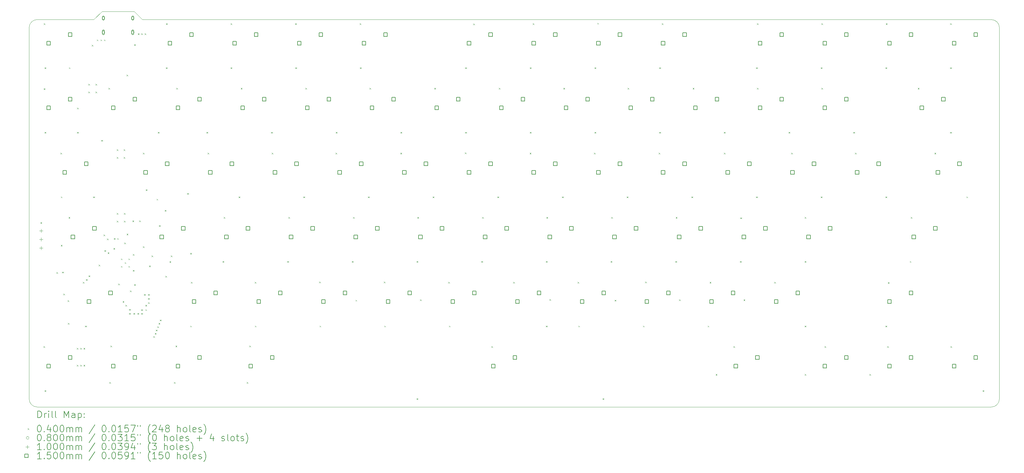
<source format=gbr>
%FSLAX45Y45*%
G04 Gerber Fmt 4.5, Leading zero omitted, Abs format (unit mm)*
G04 Created by KiCad (PCBNEW (6.0.5-0)) date 2022-07-26 23:21:29*
%MOMM*%
%LPD*%
G01*
G04 APERTURE LIST*
%TA.AperFunction,Profile*%
%ADD10C,0.100000*%
%TD*%
%ADD11C,0.200000*%
%ADD12C,0.040000*%
%ADD13C,0.080000*%
%ADD14C,0.100000*%
%ADD15C,0.150000*%
G04 APERTURE END LIST*
D10*
X1905000Y-13096875D02*
X1905000Y-2143125D01*
X30241875Y-13335000D02*
X2143125Y-13335000D01*
X4048125Y-1666875D02*
X5000625Y-1666875D01*
X30480000Y-2143125D02*
X30480000Y-13096875D01*
X5238750Y-1905000D02*
X30241875Y-1905000D01*
X4048125Y-1666875D02*
X3810000Y-1905000D01*
X2143125Y-1905000D02*
X3810000Y-1905000D01*
X30241875Y-13335000D02*
G75*
G03*
X30480000Y-13096875I-5J238130D01*
G01*
X1905000Y-13096875D02*
G75*
G03*
X2143125Y-13335000I238125J0D01*
G01*
X5000625Y-1666875D02*
X5238750Y-1905000D01*
X2143125Y-1905000D02*
G75*
G03*
X1905000Y-2143125I0J-238125D01*
G01*
X30480000Y-2143125D02*
G75*
G03*
X30241875Y-1905000I-238130J-5D01*
G01*
D11*
D12*
X2237500Y-7882500D02*
X2277500Y-7922500D01*
X2277500Y-7882500D02*
X2237500Y-7922500D01*
X2327500Y-11542500D02*
X2367500Y-11582500D01*
X2367500Y-11542500D02*
X2327500Y-11582500D01*
X2337500Y-2012500D02*
X2377500Y-2052500D01*
X2377500Y-2012500D02*
X2337500Y-2052500D01*
X2337500Y-3932500D02*
X2377500Y-3972500D01*
X2377500Y-3932500D02*
X2337500Y-3972500D01*
X2361250Y-3313750D02*
X2401250Y-3353750D01*
X2401250Y-3313750D02*
X2361250Y-3353750D01*
X2361250Y-5218750D02*
X2401250Y-5258750D01*
X2401250Y-5218750D02*
X2361250Y-5258750D01*
X2361250Y-12838750D02*
X2401250Y-12878750D01*
X2401250Y-12838750D02*
X2361250Y-12878750D01*
X2707500Y-9352500D02*
X2747500Y-9392500D01*
X2747500Y-9352500D02*
X2707500Y-9392500D01*
X2827500Y-5832500D02*
X2867500Y-5872500D01*
X2867500Y-5832500D02*
X2827500Y-5872500D01*
X2837500Y-7123750D02*
X2877500Y-7163750D01*
X2877500Y-7123750D02*
X2837500Y-7163750D01*
X2837500Y-8552500D02*
X2877500Y-8592500D01*
X2877500Y-8552500D02*
X2837500Y-8592500D01*
X2877500Y-9342500D02*
X2917500Y-9382500D01*
X2917500Y-9342500D02*
X2877500Y-9382500D01*
X2907500Y-9992500D02*
X2947500Y-10032500D01*
X2947500Y-9992500D02*
X2907500Y-10032500D01*
X3037500Y-10182500D02*
X3077500Y-10222500D01*
X3077500Y-10182500D02*
X3037500Y-10222500D01*
X3047500Y-10852500D02*
X3087500Y-10892500D01*
X3087500Y-10852500D02*
X3047500Y-10892500D01*
X3067500Y-7732500D02*
X3107500Y-7772500D01*
X3107500Y-7732500D02*
X3067500Y-7772500D01*
X3075625Y-3313750D02*
X3115625Y-3353750D01*
X3115625Y-3313750D02*
X3075625Y-3353750D01*
X3307500Y-11592500D02*
X3347500Y-11632500D01*
X3347500Y-11592500D02*
X3307500Y-11632500D01*
X3307500Y-12092500D02*
X3347500Y-12132500D01*
X3347500Y-12092500D02*
X3307500Y-12132500D01*
X3313750Y-4504375D02*
X3353750Y-4544375D01*
X3353750Y-4504375D02*
X3313750Y-4544375D01*
X3313750Y-5218750D02*
X3353750Y-5258750D01*
X3353750Y-5218750D02*
X3313750Y-5258750D01*
X3407450Y-12092500D02*
X3447450Y-12132500D01*
X3447450Y-12092500D02*
X3407450Y-12132500D01*
X3407550Y-11592500D02*
X3447550Y-11632500D01*
X3447550Y-11592500D02*
X3407550Y-11632500D01*
X3487500Y-9642500D02*
X3527500Y-9682500D01*
X3527500Y-9642500D02*
X3487500Y-9682500D01*
X3507500Y-11592500D02*
X3547500Y-11632500D01*
X3547500Y-11592500D02*
X3507500Y-11632500D01*
X3507500Y-12092500D02*
X3547500Y-12132500D01*
X3547500Y-12092500D02*
X3507500Y-12132500D01*
X3551875Y-10933750D02*
X3591875Y-10973750D01*
X3591875Y-10933750D02*
X3551875Y-10973750D01*
X3577500Y-9562550D02*
X3617500Y-9602550D01*
X3617500Y-9562550D02*
X3577500Y-9602550D01*
X3647500Y-3802500D02*
X3687500Y-3842500D01*
X3687500Y-3802500D02*
X3647500Y-3842500D01*
X3647500Y-4032500D02*
X3687500Y-4072500D01*
X3687500Y-4032500D02*
X3647500Y-4072500D01*
X3657500Y-9452500D02*
X3697500Y-9492500D01*
X3697500Y-9452500D02*
X3657500Y-9492500D01*
X3747500Y-2652500D02*
X3787500Y-2692500D01*
X3787500Y-2652500D02*
X3747500Y-2692500D01*
X3790000Y-7123750D02*
X3830000Y-7163750D01*
X3830000Y-7123750D02*
X3790000Y-7163750D01*
X3857500Y-3802500D02*
X3897500Y-3842500D01*
X3897500Y-3802500D02*
X3857500Y-3842500D01*
X3857500Y-4032500D02*
X3897500Y-4072500D01*
X3897500Y-4032500D02*
X3857500Y-4072500D01*
X3897500Y-2492500D02*
X3937500Y-2532500D01*
X3937500Y-2492500D02*
X3897500Y-2532500D01*
X3951248Y-9137676D02*
X3991248Y-9177676D01*
X3991248Y-9137676D02*
X3951248Y-9177676D01*
X4007500Y-2492500D02*
X4047500Y-2532500D01*
X4047500Y-2492500D02*
X4007500Y-2532500D01*
X4028125Y-5456875D02*
X4068125Y-5496875D01*
X4068125Y-5456875D02*
X4028125Y-5496875D01*
X4092500Y-8247500D02*
X4132500Y-8287500D01*
X4132500Y-8247500D02*
X4092500Y-8287500D01*
X4107500Y-2492500D02*
X4147500Y-2532500D01*
X4147500Y-2492500D02*
X4107500Y-2532500D01*
X4121962Y-8708038D02*
X4161962Y-8748038D01*
X4161962Y-8708038D02*
X4121962Y-8748038D01*
X4197500Y-8362500D02*
X4237500Y-8402500D01*
X4237500Y-8362500D02*
X4197500Y-8402500D01*
X4217500Y-8772500D02*
X4257500Y-8812500D01*
X4257500Y-8772500D02*
X4217500Y-8812500D01*
X4237500Y-3922500D02*
X4277500Y-3962500D01*
X4277500Y-3922500D02*
X4237500Y-3962500D01*
X4266250Y-12600625D02*
X4306250Y-12640625D01*
X4306250Y-12600625D02*
X4266250Y-12640625D01*
X4297450Y-11522550D02*
X4337450Y-11562550D01*
X4337450Y-11522550D02*
X4297450Y-11562550D01*
X4387500Y-8642500D02*
X4427500Y-8682500D01*
X4427500Y-8642500D02*
X4387500Y-8682500D01*
X4397500Y-8352500D02*
X4437500Y-8392500D01*
X4437500Y-8352500D02*
X4397500Y-8392500D01*
X4487500Y-5732500D02*
X4527500Y-5772500D01*
X4527500Y-5732500D02*
X4487500Y-5772500D01*
X4487500Y-5962500D02*
X4527500Y-6002500D01*
X4527500Y-5962500D02*
X4487500Y-6002500D01*
X4487500Y-7612500D02*
X4527500Y-7652500D01*
X4527500Y-7612500D02*
X4487500Y-7652500D01*
X4487500Y-7842500D02*
X4527500Y-7882500D01*
X4527500Y-7842500D02*
X4487500Y-7882500D01*
X4497500Y-8352500D02*
X4537500Y-8392500D01*
X4537500Y-8352500D02*
X4497500Y-8392500D01*
X4527500Y-9692500D02*
X4567500Y-9732500D01*
X4567500Y-9692500D02*
X4527500Y-9732500D01*
X4607500Y-8952500D02*
X4647500Y-8992500D01*
X4647500Y-8952500D02*
X4607500Y-8992500D01*
X4607500Y-9172500D02*
X4647500Y-9212500D01*
X4647500Y-9172500D02*
X4607500Y-9212500D01*
X4657500Y-10212500D02*
X4697500Y-10252500D01*
X4697500Y-10212500D02*
X4657500Y-10252500D01*
X4687500Y-5732500D02*
X4727500Y-5772500D01*
X4727500Y-5732500D02*
X4687500Y-5772500D01*
X4687500Y-5962500D02*
X4727500Y-6002500D01*
X4727500Y-5962500D02*
X4687500Y-6002500D01*
X4697500Y-7612500D02*
X4737500Y-7652500D01*
X4737500Y-7612500D02*
X4697500Y-7652500D01*
X4697500Y-7842500D02*
X4737500Y-7882500D01*
X4737500Y-7842500D02*
X4697500Y-7882500D01*
X4707500Y-8482500D02*
X4747500Y-8522500D01*
X4747500Y-8482500D02*
X4707500Y-8522500D01*
X4717500Y-9062500D02*
X4757500Y-9102500D01*
X4757500Y-9062500D02*
X4717500Y-9102500D01*
X4737500Y-10322500D02*
X4777500Y-10362500D01*
X4777500Y-10322500D02*
X4737500Y-10362500D01*
X4770000Y-3530000D02*
X4810000Y-3570000D01*
X4810000Y-3530000D02*
X4770000Y-3570000D01*
X4777500Y-8222500D02*
X4817500Y-8262500D01*
X4817500Y-8222500D02*
X4777500Y-8262500D01*
X4827500Y-8952500D02*
X4867500Y-8992500D01*
X4867500Y-8952500D02*
X4827500Y-8992500D01*
X4827500Y-9172500D02*
X4867500Y-9212500D01*
X4867500Y-9172500D02*
X4827500Y-9212500D01*
X4847500Y-10442500D02*
X4887500Y-10482500D01*
X4887500Y-10442500D02*
X4847500Y-10482500D01*
X4847500Y-10562500D02*
X4887500Y-10602500D01*
X4887500Y-10562500D02*
X4847500Y-10602500D01*
X4875489Y-9894511D02*
X4915489Y-9934511D01*
X4915489Y-9894511D02*
X4875489Y-9934511D01*
X4947500Y-7832500D02*
X4987500Y-7872500D01*
X4987500Y-7832500D02*
X4947500Y-7872500D01*
X4957500Y-9292500D02*
X4997500Y-9332500D01*
X4997500Y-9292500D02*
X4957500Y-9332500D01*
X4958534Y-8821773D02*
X4998534Y-8861773D01*
X4998534Y-8821773D02*
X4958534Y-8861773D01*
X4977500Y-10562500D02*
X5017500Y-10602500D01*
X5017500Y-10562500D02*
X4977500Y-10602500D01*
X4997500Y-2632500D02*
X5037500Y-2672500D01*
X5037500Y-2632500D02*
X4997500Y-2672500D01*
X4997500Y-9712500D02*
X5037500Y-9752500D01*
X5037500Y-9712500D02*
X4997500Y-9752500D01*
X5097500Y-10562500D02*
X5137500Y-10602500D01*
X5137500Y-10562500D02*
X5097500Y-10602500D01*
X5107500Y-2312500D02*
X5147500Y-2352500D01*
X5147500Y-2312500D02*
X5107500Y-2352500D01*
X5147500Y-7832500D02*
X5187500Y-7872500D01*
X5187500Y-7832500D02*
X5147500Y-7872500D01*
X5207500Y-2312500D02*
X5247500Y-2352500D01*
X5247500Y-2312500D02*
X5207500Y-2352500D01*
X5207500Y-10452500D02*
X5247500Y-10492500D01*
X5247500Y-10452500D02*
X5207500Y-10492500D01*
X5207500Y-10562500D02*
X5247500Y-10602500D01*
X5247500Y-10562500D02*
X5207500Y-10602500D01*
X5257500Y-5832500D02*
X5297500Y-5872500D01*
X5297500Y-5832500D02*
X5257500Y-5872500D01*
X5257500Y-8592500D02*
X5297500Y-8632500D01*
X5297500Y-8592500D02*
X5257500Y-8632500D01*
X5287500Y-10002500D02*
X5327500Y-10042500D01*
X5327500Y-10002500D02*
X5287500Y-10042500D01*
X5307500Y-2312500D02*
X5347500Y-2352500D01*
X5347500Y-2312500D02*
X5307500Y-2352500D01*
X5327500Y-10322500D02*
X5367500Y-10362500D01*
X5367500Y-10322500D02*
X5327500Y-10362500D01*
X5327500Y-10452500D02*
X5367500Y-10492500D01*
X5367500Y-10452500D02*
X5327500Y-10492500D01*
X5337500Y-6912500D02*
X5377500Y-6952500D01*
X5377500Y-6912500D02*
X5337500Y-6952500D01*
X5407500Y-10002500D02*
X5447500Y-10042500D01*
X5447500Y-10002500D02*
X5407500Y-10042500D01*
X5407500Y-10122500D02*
X5447500Y-10162500D01*
X5447500Y-10122500D02*
X5407500Y-10162500D01*
X5407500Y-10242500D02*
X5447500Y-10282500D01*
X5447500Y-10242500D02*
X5407500Y-10282500D01*
X5437500Y-9162500D02*
X5477500Y-9202500D01*
X5477500Y-9162500D02*
X5437500Y-9202500D01*
X5510000Y-8862450D02*
X5550000Y-8902450D01*
X5550000Y-8862450D02*
X5510000Y-8902450D01*
X5562801Y-11241898D02*
X5602801Y-11281898D01*
X5602801Y-11241898D02*
X5562801Y-11281898D01*
X5607500Y-11152500D02*
X5647500Y-11192500D01*
X5647500Y-11152500D02*
X5607500Y-11192500D01*
X5637402Y-11052500D02*
X5677402Y-11092500D01*
X5677402Y-11052500D02*
X5637402Y-11092500D01*
X5657500Y-7192500D02*
X5697500Y-7232500D01*
X5697500Y-7192500D02*
X5657500Y-7232500D01*
X5677402Y-10953161D02*
X5717402Y-10993161D01*
X5717402Y-10953161D02*
X5677402Y-10993161D01*
X5695000Y-5218750D02*
X5735000Y-5258750D01*
X5735000Y-5218750D02*
X5695000Y-5258750D01*
X5717354Y-10855580D02*
X5757354Y-10895580D01*
X5757354Y-10855580D02*
X5717354Y-10895580D01*
X5730000Y-7970000D02*
X5770000Y-8010000D01*
X5770000Y-7970000D02*
X5730000Y-8010000D01*
X5757306Y-10756340D02*
X5797306Y-10796340D01*
X5797306Y-10756340D02*
X5757306Y-10796340D01*
X5897500Y-7522500D02*
X5937500Y-7562500D01*
X5937500Y-7522500D02*
X5897500Y-7562500D01*
X5917500Y-9462500D02*
X5957500Y-9502500D01*
X5957500Y-9462500D02*
X5917500Y-9502500D01*
X5933125Y-3313750D02*
X5973125Y-3353750D01*
X5973125Y-3313750D02*
X5933125Y-3353750D01*
X5937500Y-2012500D02*
X5977500Y-2052500D01*
X5977500Y-2012500D02*
X5937500Y-2052500D01*
X6037500Y-9032500D02*
X6077500Y-9072500D01*
X6077500Y-9032500D02*
X6037500Y-9072500D01*
X6077254Y-8867254D02*
X6117254Y-8907254D01*
X6117254Y-8867254D02*
X6077254Y-8907254D01*
X6171250Y-12600625D02*
X6211250Y-12640625D01*
X6211250Y-12600625D02*
X6171250Y-12640625D01*
X6217550Y-11522550D02*
X6257550Y-11562550D01*
X6257550Y-11522550D02*
X6217550Y-11562550D01*
X6237500Y-3922500D02*
X6277500Y-3962500D01*
X6277500Y-3922500D02*
X6237500Y-3962500D01*
X6557500Y-7022500D02*
X6597500Y-7062500D01*
X6597500Y-7022500D02*
X6557500Y-7062500D01*
X6647500Y-8790625D02*
X6687500Y-8830625D01*
X6687500Y-8790625D02*
X6647500Y-8830625D01*
X6647500Y-10933750D02*
X6687500Y-10973750D01*
X6687500Y-10933750D02*
X6647500Y-10973750D01*
X6667500Y-9642500D02*
X6707500Y-9682500D01*
X6707500Y-9642500D02*
X6667500Y-9682500D01*
X7123750Y-5218750D02*
X7163750Y-5258750D01*
X7163750Y-5218750D02*
X7123750Y-5258750D01*
X7157500Y-5832500D02*
X7197500Y-5872500D01*
X7197500Y-5832500D02*
X7157500Y-5872500D01*
X7600000Y-9028750D02*
X7640000Y-9068750D01*
X7640000Y-9028750D02*
X7600000Y-9068750D01*
X7637500Y-7732500D02*
X7677500Y-7772500D01*
X7677500Y-7732500D02*
X7637500Y-7772500D01*
X7837500Y-2012500D02*
X7877500Y-2052500D01*
X7877500Y-2012500D02*
X7837500Y-2052500D01*
X7838125Y-3313750D02*
X7878125Y-3353750D01*
X7878125Y-3313750D02*
X7838125Y-3353750D01*
X8076250Y-7123750D02*
X8116250Y-7163750D01*
X8116250Y-7123750D02*
X8076250Y-7163750D01*
X8137500Y-3922500D02*
X8177500Y-3962500D01*
X8177500Y-3922500D02*
X8137500Y-3962500D01*
X8314375Y-12600625D02*
X8354375Y-12640625D01*
X8354375Y-12600625D02*
X8314375Y-12640625D01*
X8387550Y-11522550D02*
X8427550Y-11562550D01*
X8427550Y-11522550D02*
X8387550Y-11562550D01*
X8547500Y-9642500D02*
X8587500Y-9682500D01*
X8587500Y-9642500D02*
X8547500Y-9682500D01*
X8552500Y-10933750D02*
X8592500Y-10973750D01*
X8592500Y-10933750D02*
X8552500Y-10973750D01*
X9028750Y-5218750D02*
X9068750Y-5258750D01*
X9068750Y-5218750D02*
X9028750Y-5258750D01*
X9047500Y-5832500D02*
X9087500Y-5872500D01*
X9087500Y-5832500D02*
X9047500Y-5872500D01*
X9505000Y-9028750D02*
X9545000Y-9068750D01*
X9545000Y-9028750D02*
X9505000Y-9068750D01*
X9537500Y-7732500D02*
X9577500Y-7772500D01*
X9577500Y-7732500D02*
X9537500Y-7772500D01*
X9737500Y-2012500D02*
X9777500Y-2052500D01*
X9777500Y-2012500D02*
X9737500Y-2052500D01*
X9743125Y-3313750D02*
X9783125Y-3353750D01*
X9783125Y-3313750D02*
X9743125Y-3353750D01*
X9981250Y-7123750D02*
X10021250Y-7163750D01*
X10021250Y-7123750D02*
X9981250Y-7163750D01*
X10037500Y-3922500D02*
X10077500Y-3962500D01*
X10077500Y-3922500D02*
X10037500Y-3962500D01*
X10447500Y-9632500D02*
X10487500Y-9672500D01*
X10487500Y-9632500D02*
X10447500Y-9672500D01*
X10457500Y-10933750D02*
X10497500Y-10973750D01*
X10497500Y-10933750D02*
X10457500Y-10973750D01*
X10927500Y-5832500D02*
X10967500Y-5872500D01*
X10967500Y-5832500D02*
X10927500Y-5872500D01*
X10933750Y-5218750D02*
X10973750Y-5258750D01*
X10973750Y-5218750D02*
X10933750Y-5258750D01*
X11410000Y-9028750D02*
X11450000Y-9068750D01*
X11450000Y-9028750D02*
X11410000Y-9068750D01*
X11447500Y-7732500D02*
X11487500Y-7772500D01*
X11487500Y-7732500D02*
X11447500Y-7772500D01*
X11517500Y-10172500D02*
X11557500Y-10212500D01*
X11557500Y-10172500D02*
X11517500Y-10212500D01*
X11637500Y-2012500D02*
X11677500Y-2052500D01*
X11677500Y-2012500D02*
X11637500Y-2052500D01*
X11648125Y-3313750D02*
X11688125Y-3353750D01*
X11688125Y-3313750D02*
X11648125Y-3353750D01*
X11886250Y-7123750D02*
X11926250Y-7163750D01*
X11926250Y-7123750D02*
X11886250Y-7163750D01*
X11927500Y-3922500D02*
X11967500Y-3962500D01*
X11967500Y-3922500D02*
X11927500Y-3962500D01*
X12347500Y-9632500D02*
X12387500Y-9672500D01*
X12387500Y-9632500D02*
X12347500Y-9672500D01*
X12362500Y-10933750D02*
X12402500Y-10973750D01*
X12402500Y-10933750D02*
X12362500Y-10973750D01*
X12837500Y-5832500D02*
X12877500Y-5872500D01*
X12877500Y-5832500D02*
X12837500Y-5872500D01*
X12838750Y-5218750D02*
X12878750Y-5258750D01*
X12878750Y-5218750D02*
X12838750Y-5258750D01*
X13315000Y-9028750D02*
X13355000Y-9068750D01*
X13355000Y-9028750D02*
X13315000Y-9068750D01*
X13315000Y-13076875D02*
X13355000Y-13116875D01*
X13355000Y-13076875D02*
X13315000Y-13116875D01*
X13337500Y-7732500D02*
X13377500Y-7772500D01*
X13377500Y-7732500D02*
X13337500Y-7772500D01*
X13417500Y-10162500D02*
X13457500Y-10202500D01*
X13457500Y-10162500D02*
X13417500Y-10202500D01*
X13791250Y-7123750D02*
X13831250Y-7163750D01*
X13831250Y-7123750D02*
X13791250Y-7163750D01*
X13837500Y-3922500D02*
X13877500Y-3962500D01*
X13877500Y-3922500D02*
X13837500Y-3962500D01*
X14247500Y-9642500D02*
X14287500Y-9682500D01*
X14287500Y-9642500D02*
X14247500Y-9682500D01*
X14267500Y-10933750D02*
X14307500Y-10973750D01*
X14307500Y-10933750D02*
X14267500Y-10973750D01*
X14737500Y-5822500D02*
X14777500Y-5862500D01*
X14777500Y-5822500D02*
X14737500Y-5862500D01*
X14743750Y-3313750D02*
X14783750Y-3353750D01*
X14783750Y-3313750D02*
X14743750Y-3353750D01*
X14743750Y-5218750D02*
X14783750Y-5258750D01*
X14783750Y-5218750D02*
X14743750Y-5258750D01*
X14981875Y-2022500D02*
X15021875Y-2062500D01*
X15021875Y-2022500D02*
X14981875Y-2062500D01*
X15220000Y-9028750D02*
X15260000Y-9068750D01*
X15260000Y-9028750D02*
X15220000Y-9068750D01*
X15247500Y-7732500D02*
X15287500Y-7772500D01*
X15287500Y-7732500D02*
X15247500Y-7772500D01*
X15517500Y-11542500D02*
X15557500Y-11582500D01*
X15557500Y-11542500D02*
X15517500Y-11582500D01*
X15696250Y-7123750D02*
X15736250Y-7163750D01*
X15736250Y-7123750D02*
X15696250Y-7163750D01*
X15737500Y-3922500D02*
X15777500Y-3962500D01*
X15777500Y-3922500D02*
X15737500Y-3962500D01*
X16157500Y-9642500D02*
X16197500Y-9682500D01*
X16197500Y-9642500D02*
X16157500Y-9682500D01*
X16647500Y-5832500D02*
X16687500Y-5872500D01*
X16687500Y-5832500D02*
X16647500Y-5872500D01*
X16648750Y-3313750D02*
X16688750Y-3353750D01*
X16688750Y-3313750D02*
X16648750Y-3353750D01*
X16648750Y-5218750D02*
X16688750Y-5258750D01*
X16688750Y-5218750D02*
X16648750Y-5258750D01*
X16737500Y-2012500D02*
X16777500Y-2052500D01*
X16777500Y-2012500D02*
X16737500Y-2052500D01*
X17125000Y-9028750D02*
X17165000Y-9068750D01*
X17165000Y-9028750D02*
X17125000Y-9068750D01*
X17125000Y-10933750D02*
X17165000Y-10973750D01*
X17165000Y-10933750D02*
X17125000Y-10973750D01*
X17137500Y-7732500D02*
X17177500Y-7772500D01*
X17177500Y-7732500D02*
X17137500Y-7772500D01*
X17227500Y-10152500D02*
X17267500Y-10192500D01*
X17267500Y-10152500D02*
X17227500Y-10192500D01*
X17601250Y-7123750D02*
X17641250Y-7163750D01*
X17641250Y-7123750D02*
X17601250Y-7163750D01*
X17637500Y-3922500D02*
X17677500Y-3962500D01*
X17677500Y-3922500D02*
X17637500Y-3962500D01*
X18057500Y-9642500D02*
X18097500Y-9682500D01*
X18097500Y-9642500D02*
X18057500Y-9682500D01*
X18077500Y-10933750D02*
X18117500Y-10973750D01*
X18117500Y-10933750D02*
X18077500Y-10973750D01*
X18537500Y-5832500D02*
X18577500Y-5872500D01*
X18577500Y-5832500D02*
X18537500Y-5872500D01*
X18553750Y-3313750D02*
X18593750Y-3353750D01*
X18593750Y-3313750D02*
X18553750Y-3353750D01*
X18553750Y-5218750D02*
X18593750Y-5258750D01*
X18593750Y-5218750D02*
X18553750Y-5258750D01*
X18637500Y-2002500D02*
X18677500Y-2042500D01*
X18677500Y-2002500D02*
X18637500Y-2042500D01*
X18791875Y-13076875D02*
X18831875Y-13116875D01*
X18831875Y-13076875D02*
X18791875Y-13116875D01*
X19030000Y-9028750D02*
X19070000Y-9068750D01*
X19070000Y-9028750D02*
X19030000Y-9068750D01*
X19047500Y-7732500D02*
X19087500Y-7772500D01*
X19087500Y-7732500D02*
X19047500Y-7772500D01*
X19147500Y-10172500D02*
X19187500Y-10212500D01*
X19187500Y-10172500D02*
X19147500Y-10212500D01*
X19506250Y-7123750D02*
X19546250Y-7163750D01*
X19546250Y-7123750D02*
X19506250Y-7163750D01*
X19527500Y-3922500D02*
X19567500Y-3962500D01*
X19567500Y-3922500D02*
X19527500Y-3962500D01*
X19982500Y-10933750D02*
X20022500Y-10973750D01*
X20022500Y-10933750D02*
X19982500Y-10973750D01*
X20047500Y-9632500D02*
X20087500Y-9672500D01*
X20087500Y-9632500D02*
X20047500Y-9672500D01*
X20447500Y-5832500D02*
X20487500Y-5872500D01*
X20487500Y-5832500D02*
X20447500Y-5872500D01*
X20458750Y-3313750D02*
X20498750Y-3353750D01*
X20498750Y-3313750D02*
X20458750Y-3353750D01*
X20458750Y-5218750D02*
X20498750Y-5258750D01*
X20498750Y-5218750D02*
X20458750Y-5258750D01*
X20537500Y-2012500D02*
X20577500Y-2052500D01*
X20577500Y-2012500D02*
X20537500Y-2052500D01*
X20935000Y-9028750D02*
X20975000Y-9068750D01*
X20975000Y-9028750D02*
X20935000Y-9068750D01*
X20947500Y-7732500D02*
X20987500Y-7772500D01*
X20987500Y-7732500D02*
X20947500Y-7772500D01*
X21047500Y-10162500D02*
X21087500Y-10202500D01*
X21087500Y-10162500D02*
X21047500Y-10202500D01*
X21411250Y-7123750D02*
X21451250Y-7163750D01*
X21451250Y-7123750D02*
X21411250Y-7163750D01*
X21447500Y-3922500D02*
X21487500Y-3962500D01*
X21487500Y-3922500D02*
X21447500Y-3962500D01*
X21887500Y-10933750D02*
X21927500Y-10973750D01*
X21927500Y-10933750D02*
X21887500Y-10973750D01*
X21947500Y-9642500D02*
X21987500Y-9682500D01*
X21987500Y-9642500D02*
X21947500Y-9682500D01*
X22125625Y-12362500D02*
X22165625Y-12402500D01*
X22165625Y-12362500D02*
X22125625Y-12402500D01*
X22363750Y-5218750D02*
X22403750Y-5258750D01*
X22403750Y-5218750D02*
X22363750Y-5258750D01*
X22367500Y-5832500D02*
X22407500Y-5872500D01*
X22407500Y-5832500D02*
X22367500Y-5872500D01*
X22647500Y-11542500D02*
X22687500Y-11582500D01*
X22687500Y-11542500D02*
X22647500Y-11582500D01*
X22840000Y-9028750D02*
X22880000Y-9068750D01*
X22880000Y-9028750D02*
X22840000Y-9068750D01*
X22847500Y-7742500D02*
X22887500Y-7782500D01*
X22887500Y-7742500D02*
X22847500Y-7782500D01*
X22947500Y-10162500D02*
X22987500Y-10202500D01*
X22987500Y-10162500D02*
X22947500Y-10202500D01*
X23316250Y-3313750D02*
X23356250Y-3353750D01*
X23356250Y-3313750D02*
X23316250Y-3353750D01*
X23316250Y-7123750D02*
X23356250Y-7163750D01*
X23356250Y-7123750D02*
X23316250Y-7163750D01*
X23337500Y-2012500D02*
X23377500Y-2052500D01*
X23377500Y-2012500D02*
X23337500Y-2052500D01*
X23337500Y-3922500D02*
X23377500Y-3962500D01*
X23377500Y-3922500D02*
X23337500Y-3962500D01*
X23847500Y-9642500D02*
X23887500Y-9682500D01*
X23887500Y-9642500D02*
X23847500Y-9682500D01*
X24268750Y-5218750D02*
X24308750Y-5258750D01*
X24308750Y-5218750D02*
X24268750Y-5258750D01*
X24347500Y-5832500D02*
X24387500Y-5872500D01*
X24387500Y-5832500D02*
X24347500Y-5872500D01*
X24745000Y-9028750D02*
X24785000Y-9068750D01*
X24785000Y-9028750D02*
X24745000Y-9068750D01*
X24745000Y-10933750D02*
X24785000Y-10973750D01*
X24785000Y-10933750D02*
X24745000Y-10973750D01*
X24745000Y-12362500D02*
X24785000Y-12402500D01*
X24785000Y-12362500D02*
X24745000Y-12402500D01*
X24747500Y-7732500D02*
X24787500Y-7772500D01*
X24787500Y-7732500D02*
X24747500Y-7772500D01*
X25221250Y-3313750D02*
X25261250Y-3353750D01*
X25261250Y-3313750D02*
X25221250Y-3353750D01*
X25221250Y-7123750D02*
X25261250Y-7163750D01*
X25261250Y-7123750D02*
X25221250Y-7163750D01*
X25237500Y-2012500D02*
X25277500Y-2052500D01*
X25277500Y-2012500D02*
X25237500Y-2052500D01*
X25237500Y-3922500D02*
X25277500Y-3962500D01*
X25277500Y-3922500D02*
X25237500Y-3962500D01*
X25327500Y-11542500D02*
X25367500Y-11582500D01*
X25367500Y-11542500D02*
X25327500Y-11582500D01*
X26173750Y-5218750D02*
X26213750Y-5258750D01*
X26213750Y-5218750D02*
X26173750Y-5258750D01*
X26227500Y-5832500D02*
X26267500Y-5872500D01*
X26267500Y-5832500D02*
X26227500Y-5872500D01*
X26650000Y-12362500D02*
X26690000Y-12402500D01*
X26690000Y-12362500D02*
X26650000Y-12402500D01*
X27126250Y-3313750D02*
X27166250Y-3353750D01*
X27166250Y-3313750D02*
X27126250Y-3353750D01*
X27126250Y-7123750D02*
X27166250Y-7163750D01*
X27166250Y-7123750D02*
X27126250Y-7163750D01*
X27126250Y-10933750D02*
X27166250Y-10973750D01*
X27166250Y-10933750D02*
X27126250Y-10973750D01*
X27137500Y-2012500D02*
X27177500Y-2052500D01*
X27177500Y-2012500D02*
X27137500Y-2052500D01*
X27177500Y-11542500D02*
X27217500Y-11582500D01*
X27217500Y-11542500D02*
X27177500Y-11582500D01*
X27197500Y-9652500D02*
X27237500Y-9692500D01*
X27237500Y-9652500D02*
X27197500Y-9692500D01*
X27840625Y-9028750D02*
X27880625Y-9068750D01*
X27880625Y-9028750D02*
X27840625Y-9068750D01*
X27867500Y-7732500D02*
X27907500Y-7772500D01*
X27907500Y-7732500D02*
X27867500Y-7772500D01*
X28077500Y-3922500D02*
X28117500Y-3962500D01*
X28117500Y-3922500D02*
X28077500Y-3962500D01*
X28567500Y-5832500D02*
X28607500Y-5872500D01*
X28607500Y-5832500D02*
X28567500Y-5872500D01*
X29027500Y-2012500D02*
X29067500Y-2052500D01*
X29067500Y-2012500D02*
X29027500Y-2052500D01*
X29031250Y-3313750D02*
X29071250Y-3353750D01*
X29071250Y-3313750D02*
X29031250Y-3353750D01*
X29031250Y-5218750D02*
X29071250Y-5258750D01*
X29071250Y-5218750D02*
X29031250Y-5258750D01*
X29037500Y-11542500D02*
X29077500Y-11582500D01*
X29077500Y-11542500D02*
X29037500Y-11582500D01*
X29507500Y-7123750D02*
X29547500Y-7163750D01*
X29547500Y-7123750D02*
X29507500Y-7163750D01*
X29983750Y-12838750D02*
X30023750Y-12878750D01*
X30023750Y-12838750D02*
X29983750Y-12878750D01*
D13*
X4131761Y-1860961D02*
G75*
G03*
X4131761Y-1860961I-40000J0D01*
G01*
D11*
X4061761Y-1830961D02*
X4061761Y-1890961D01*
X4121761Y-1830961D02*
X4121761Y-1890961D01*
X4061761Y-1890961D02*
G75*
G03*
X4121761Y-1890961I30000J0D01*
G01*
X4121761Y-1830961D02*
G75*
G03*
X4061761Y-1830961I-30000J0D01*
G01*
D13*
X4131761Y-2280951D02*
G75*
G03*
X4131761Y-2280951I-40000J0D01*
G01*
D11*
X4061761Y-2240950D02*
X4061761Y-2320952D01*
X4121761Y-2240950D02*
X4121761Y-2320952D01*
X4061761Y-2320952D02*
G75*
G03*
X4121761Y-2320952I30000J0D01*
G01*
X4121761Y-2240950D02*
G75*
G03*
X4061761Y-2240950I-30000J0D01*
G01*
D13*
X4996786Y-1860961D02*
G75*
G03*
X4996786Y-1860961I-40000J0D01*
G01*
D11*
X4926786Y-1830961D02*
X4926786Y-1890961D01*
X4986786Y-1830961D02*
X4986786Y-1890961D01*
X4926786Y-1890961D02*
G75*
G03*
X4986786Y-1890961I30000J0D01*
G01*
X4986786Y-1830961D02*
G75*
G03*
X4926786Y-1830961I-30000J0D01*
G01*
D13*
X4996786Y-2280951D02*
G75*
G03*
X4996786Y-2280951I-40000J0D01*
G01*
D11*
X4926786Y-2240952D02*
X4926786Y-2320950D01*
X4986786Y-2240952D02*
X4986786Y-2320950D01*
X4926786Y-2320950D02*
G75*
G03*
X4986786Y-2320950I30000J0D01*
G01*
X4986786Y-2240952D02*
G75*
G03*
X4926786Y-2240952I-30000J0D01*
G01*
D14*
X2257500Y-8087000D02*
X2257500Y-8187000D01*
X2207500Y-8137000D02*
X2307500Y-8137000D01*
X2257500Y-8341000D02*
X2257500Y-8441000D01*
X2207500Y-8391000D02*
X2307500Y-8391000D01*
X2257500Y-8595000D02*
X2257500Y-8695000D01*
X2207500Y-8645000D02*
X2307500Y-8645000D01*
D15*
X2529534Y-2656534D02*
X2529534Y-2550467D01*
X2423467Y-2550467D01*
X2423467Y-2656534D01*
X2529534Y-2656534D01*
X2529534Y-4561534D02*
X2529534Y-4455467D01*
X2423467Y-4455467D01*
X2423467Y-4561534D01*
X2529534Y-4561534D01*
X2529534Y-12181533D02*
X2529534Y-12075466D01*
X2423467Y-12075466D01*
X2423467Y-12181533D01*
X2529534Y-12181533D01*
X3005783Y-6466533D02*
X3005783Y-6360466D01*
X2899716Y-6360466D01*
X2899716Y-6466533D01*
X3005783Y-6466533D01*
X3164533Y-2402534D02*
X3164533Y-2296467D01*
X3058466Y-2296467D01*
X3058466Y-2402534D01*
X3164533Y-2402534D01*
X3164533Y-4307534D02*
X3164533Y-4201467D01*
X3058466Y-4201467D01*
X3058466Y-4307534D01*
X3164533Y-4307534D01*
X3164533Y-11927533D02*
X3164533Y-11821466D01*
X3058466Y-11821466D01*
X3058466Y-11927533D01*
X3164533Y-11927533D01*
X3243908Y-8371533D02*
X3243908Y-8265466D01*
X3137841Y-8265466D01*
X3137841Y-8371533D01*
X3243908Y-8371533D01*
X3640783Y-6212533D02*
X3640783Y-6106466D01*
X3534716Y-6106466D01*
X3534716Y-6212533D01*
X3640783Y-6212533D01*
X3720158Y-10276534D02*
X3720158Y-10170467D01*
X3614091Y-10170467D01*
X3614091Y-10276534D01*
X3720158Y-10276534D01*
X3878908Y-8117533D02*
X3878908Y-8011466D01*
X3772841Y-8011466D01*
X3772841Y-8117533D01*
X3878908Y-8117533D01*
X4355159Y-10022534D02*
X4355159Y-9916467D01*
X4249092Y-9916467D01*
X4249092Y-10022534D01*
X4355159Y-10022534D01*
X4434534Y-4561534D02*
X4434534Y-4455467D01*
X4328467Y-4455467D01*
X4328467Y-4561534D01*
X4434534Y-4561534D01*
X4434534Y-12181533D02*
X4434534Y-12075466D01*
X4328467Y-12075466D01*
X4328467Y-12181533D01*
X4434534Y-12181533D01*
X5069534Y-4307534D02*
X5069534Y-4201467D01*
X4963467Y-4201467D01*
X4963467Y-4307534D01*
X5069534Y-4307534D01*
X5069534Y-11927533D02*
X5069534Y-11821466D01*
X4963467Y-11821466D01*
X4963467Y-11927533D01*
X5069534Y-11927533D01*
X5387034Y-6466533D02*
X5387034Y-6360466D01*
X5280967Y-6360466D01*
X5280967Y-6466533D01*
X5387034Y-6466533D01*
X5863283Y-8371533D02*
X5863283Y-8265466D01*
X5757216Y-8265466D01*
X5757216Y-8371533D01*
X5863283Y-8371533D01*
X6022033Y-6212533D02*
X6022033Y-6106466D01*
X5915966Y-6106466D01*
X5915966Y-6212533D01*
X6022033Y-6212533D01*
X6101408Y-2656534D02*
X6101408Y-2550467D01*
X5995341Y-2550467D01*
X5995341Y-2656534D01*
X6101408Y-2656534D01*
X6339533Y-4561534D02*
X6339533Y-4455467D01*
X6233466Y-4455467D01*
X6233466Y-4561534D01*
X6339533Y-4561534D01*
X6339533Y-12181533D02*
X6339533Y-12075466D01*
X6233466Y-12075466D01*
X6233466Y-12181533D01*
X6339533Y-12181533D01*
X6498283Y-8117533D02*
X6498283Y-8011466D01*
X6392216Y-8011466D01*
X6392216Y-8117533D01*
X6498283Y-8117533D01*
X6736408Y-2402534D02*
X6736408Y-2296467D01*
X6630341Y-2296467D01*
X6630341Y-2402534D01*
X6736408Y-2402534D01*
X6815783Y-10276534D02*
X6815783Y-10170467D01*
X6709716Y-10170467D01*
X6709716Y-10276534D01*
X6815783Y-10276534D01*
X6974533Y-4307534D02*
X6974533Y-4201467D01*
X6868466Y-4201467D01*
X6868466Y-4307534D01*
X6974533Y-4307534D01*
X6974533Y-11927533D02*
X6974533Y-11821466D01*
X6868466Y-11821466D01*
X6868466Y-11927533D01*
X6974533Y-11927533D01*
X7292033Y-6466533D02*
X7292033Y-6360466D01*
X7185966Y-6360466D01*
X7185966Y-6466533D01*
X7292033Y-6466533D01*
X7450783Y-10022534D02*
X7450783Y-9916467D01*
X7344716Y-9916467D01*
X7344716Y-10022534D01*
X7450783Y-10022534D01*
X7768283Y-8371533D02*
X7768283Y-8265466D01*
X7662216Y-8265466D01*
X7662216Y-8371533D01*
X7768283Y-8371533D01*
X7927033Y-6212533D02*
X7927033Y-6106466D01*
X7820966Y-6106466D01*
X7820966Y-6212533D01*
X7927033Y-6212533D01*
X8006408Y-2656534D02*
X8006408Y-2550467D01*
X7900341Y-2550467D01*
X7900341Y-2656534D01*
X8006408Y-2656534D01*
X8244533Y-4561534D02*
X8244533Y-4455467D01*
X8138466Y-4455467D01*
X8138466Y-4561534D01*
X8244533Y-4561534D01*
X8403284Y-8117533D02*
X8403284Y-8011466D01*
X8297216Y-8011466D01*
X8297216Y-8117533D01*
X8403284Y-8117533D01*
X8482659Y-12181533D02*
X8482659Y-12075466D01*
X8376591Y-12075466D01*
X8376591Y-12181533D01*
X8482659Y-12181533D01*
X8641409Y-2402534D02*
X8641409Y-2296467D01*
X8535342Y-2296467D01*
X8535342Y-2402534D01*
X8641409Y-2402534D01*
X8720784Y-10276534D02*
X8720784Y-10170467D01*
X8614717Y-10170467D01*
X8614717Y-10276534D01*
X8720784Y-10276534D01*
X8879534Y-4307534D02*
X8879534Y-4201467D01*
X8773467Y-4201467D01*
X8773467Y-4307534D01*
X8879534Y-4307534D01*
X9117659Y-11927533D02*
X9117659Y-11821466D01*
X9011592Y-11821466D01*
X9011592Y-11927533D01*
X9117659Y-11927533D01*
X9197034Y-6466533D02*
X9197034Y-6360466D01*
X9090967Y-6360466D01*
X9090967Y-6466533D01*
X9197034Y-6466533D01*
X9355784Y-10022534D02*
X9355784Y-9916467D01*
X9249717Y-9916467D01*
X9249717Y-10022534D01*
X9355784Y-10022534D01*
X9673284Y-8371533D02*
X9673284Y-8265466D01*
X9567217Y-8265466D01*
X9567217Y-8371533D01*
X9673284Y-8371533D01*
X9832034Y-6212533D02*
X9832034Y-6106466D01*
X9725967Y-6106466D01*
X9725967Y-6212533D01*
X9832034Y-6212533D01*
X9911409Y-2656534D02*
X9911409Y-2550467D01*
X9805342Y-2550467D01*
X9805342Y-2656534D01*
X9911409Y-2656534D01*
X10149534Y-4561534D02*
X10149534Y-4455467D01*
X10043467Y-4455467D01*
X10043467Y-4561534D01*
X10149534Y-4561534D01*
X10308284Y-8117533D02*
X10308284Y-8011466D01*
X10202217Y-8011466D01*
X10202217Y-8117533D01*
X10308284Y-8117533D01*
X10546409Y-2402534D02*
X10546409Y-2296467D01*
X10440342Y-2296467D01*
X10440342Y-2402534D01*
X10546409Y-2402534D01*
X10625784Y-10276534D02*
X10625784Y-10170467D01*
X10519717Y-10170467D01*
X10519717Y-10276534D01*
X10625784Y-10276534D01*
X10784534Y-4307534D02*
X10784534Y-4201467D01*
X10678467Y-4201467D01*
X10678467Y-4307534D01*
X10784534Y-4307534D01*
X11102034Y-6466533D02*
X11102034Y-6360466D01*
X10995967Y-6360466D01*
X10995967Y-6466533D01*
X11102034Y-6466533D01*
X11260783Y-10022534D02*
X11260783Y-9916467D01*
X11154717Y-9916467D01*
X11154717Y-10022534D01*
X11260783Y-10022534D01*
X11578283Y-8371533D02*
X11578283Y-8265466D01*
X11472216Y-8265466D01*
X11472216Y-8371533D01*
X11578283Y-8371533D01*
X11737033Y-6212533D02*
X11737033Y-6106466D01*
X11630966Y-6106466D01*
X11630966Y-6212533D01*
X11737033Y-6212533D01*
X11816408Y-2656534D02*
X11816408Y-2550467D01*
X11710341Y-2550467D01*
X11710341Y-2656534D01*
X11816408Y-2656534D01*
X12054533Y-4561534D02*
X12054533Y-4455467D01*
X11948466Y-4455467D01*
X11948466Y-4561534D01*
X12054533Y-4561534D01*
X12213283Y-8117533D02*
X12213283Y-8011466D01*
X12107216Y-8011466D01*
X12107216Y-8117533D01*
X12213283Y-8117533D01*
X12451408Y-2402534D02*
X12451408Y-2296467D01*
X12345341Y-2296467D01*
X12345341Y-2402534D01*
X12451408Y-2402534D01*
X12530783Y-10276534D02*
X12530783Y-10170467D01*
X12424716Y-10170467D01*
X12424716Y-10276534D01*
X12530783Y-10276534D01*
X12689533Y-4307534D02*
X12689533Y-4201467D01*
X12583466Y-4201467D01*
X12583466Y-4307534D01*
X12689533Y-4307534D01*
X13007033Y-6466533D02*
X13007033Y-6360466D01*
X12900966Y-6360466D01*
X12900966Y-6466533D01*
X13007033Y-6466533D01*
X13165783Y-10022534D02*
X13165783Y-9916467D01*
X13059716Y-9916467D01*
X13059716Y-10022534D01*
X13165783Y-10022534D01*
X13483283Y-8371533D02*
X13483283Y-8265466D01*
X13377216Y-8265466D01*
X13377216Y-8371533D01*
X13483283Y-8371533D01*
X13642033Y-6212533D02*
X13642033Y-6106466D01*
X13535966Y-6106466D01*
X13535966Y-6212533D01*
X13642033Y-6212533D01*
X13959533Y-4561534D02*
X13959533Y-4455467D01*
X13853466Y-4455467D01*
X13853466Y-4561534D01*
X13959533Y-4561534D01*
X14118283Y-8117533D02*
X14118283Y-8011466D01*
X14012216Y-8011466D01*
X14012216Y-8117533D01*
X14118283Y-8117533D01*
X14435783Y-10276534D02*
X14435783Y-10170467D01*
X14329716Y-10170467D01*
X14329716Y-10276534D01*
X14435783Y-10276534D01*
X14594533Y-4307534D02*
X14594533Y-4201467D01*
X14488466Y-4201467D01*
X14488466Y-4307534D01*
X14594533Y-4307534D01*
X14912033Y-2656534D02*
X14912033Y-2550467D01*
X14805966Y-2550467D01*
X14805966Y-2656534D01*
X14912033Y-2656534D01*
X14912033Y-6466533D02*
X14912033Y-6360466D01*
X14805966Y-6360466D01*
X14805966Y-6466533D01*
X14912033Y-6466533D01*
X15070783Y-10022534D02*
X15070783Y-9916467D01*
X14964716Y-9916467D01*
X14964716Y-10022534D01*
X15070783Y-10022534D01*
X15388283Y-8371533D02*
X15388283Y-8265466D01*
X15282216Y-8265466D01*
X15282216Y-8371533D01*
X15388283Y-8371533D01*
X15547033Y-2402534D02*
X15547033Y-2296467D01*
X15440966Y-2296467D01*
X15440966Y-2402534D01*
X15547033Y-2402534D01*
X15547033Y-6212533D02*
X15547033Y-6106466D01*
X15440966Y-6106466D01*
X15440966Y-6212533D01*
X15547033Y-6212533D01*
X15626408Y-12181533D02*
X15626408Y-12075466D01*
X15520341Y-12075466D01*
X15520341Y-12181533D01*
X15626408Y-12181533D01*
X15864533Y-4561534D02*
X15864533Y-4455467D01*
X15758466Y-4455467D01*
X15758466Y-4561534D01*
X15864533Y-4561534D01*
X16023283Y-8117533D02*
X16023283Y-8011466D01*
X15917216Y-8011466D01*
X15917216Y-8117533D01*
X16023283Y-8117533D01*
X16261408Y-11927533D02*
X16261408Y-11821466D01*
X16155341Y-11821466D01*
X16155341Y-11927533D01*
X16261408Y-11927533D01*
X16340783Y-10276534D02*
X16340783Y-10170467D01*
X16234716Y-10170467D01*
X16234716Y-10276534D01*
X16340783Y-10276534D01*
X16499533Y-4307534D02*
X16499533Y-4201467D01*
X16393466Y-4201467D01*
X16393466Y-4307534D01*
X16499533Y-4307534D01*
X16817034Y-2656534D02*
X16817034Y-2550467D01*
X16710966Y-2550467D01*
X16710966Y-2656534D01*
X16817034Y-2656534D01*
X16817034Y-6466533D02*
X16817034Y-6360466D01*
X16710966Y-6360466D01*
X16710966Y-6466533D01*
X16817034Y-6466533D01*
X16975784Y-10022534D02*
X16975784Y-9916467D01*
X16869717Y-9916467D01*
X16869717Y-10022534D01*
X16975784Y-10022534D01*
X17293284Y-8371533D02*
X17293284Y-8265466D01*
X17187217Y-8265466D01*
X17187217Y-8371533D01*
X17293284Y-8371533D01*
X17452034Y-2402534D02*
X17452034Y-2296467D01*
X17345967Y-2296467D01*
X17345967Y-2402534D01*
X17452034Y-2402534D01*
X17452034Y-6212533D02*
X17452034Y-6106466D01*
X17345967Y-6106466D01*
X17345967Y-6212533D01*
X17452034Y-6212533D01*
X17769534Y-4561534D02*
X17769534Y-4455467D01*
X17663467Y-4455467D01*
X17663467Y-4561534D01*
X17769534Y-4561534D01*
X17928284Y-8117533D02*
X17928284Y-8011466D01*
X17822217Y-8011466D01*
X17822217Y-8117533D01*
X17928284Y-8117533D01*
X18245784Y-10276534D02*
X18245784Y-10170467D01*
X18139717Y-10170467D01*
X18139717Y-10276534D01*
X18245784Y-10276534D01*
X18404534Y-4307534D02*
X18404534Y-4201467D01*
X18298467Y-4201467D01*
X18298467Y-4307534D01*
X18404534Y-4307534D01*
X18722034Y-2656534D02*
X18722034Y-2550467D01*
X18615967Y-2550467D01*
X18615967Y-2656534D01*
X18722034Y-2656534D01*
X18722034Y-6466533D02*
X18722034Y-6360466D01*
X18615967Y-6360466D01*
X18615967Y-6466533D01*
X18722034Y-6466533D01*
X18880784Y-10022534D02*
X18880784Y-9916467D01*
X18774717Y-9916467D01*
X18774717Y-10022534D01*
X18880784Y-10022534D01*
X19198284Y-8371533D02*
X19198284Y-8265466D01*
X19092217Y-8265466D01*
X19092217Y-8371533D01*
X19198284Y-8371533D01*
X19357034Y-2402534D02*
X19357034Y-2296467D01*
X19250967Y-2296467D01*
X19250967Y-2402534D01*
X19357034Y-2402534D01*
X19357034Y-6212533D02*
X19357034Y-6106466D01*
X19250967Y-6106466D01*
X19250967Y-6212533D01*
X19357034Y-6212533D01*
X19674534Y-4561534D02*
X19674534Y-4455467D01*
X19568467Y-4455467D01*
X19568467Y-4561534D01*
X19674534Y-4561534D01*
X19833284Y-8117533D02*
X19833284Y-8011466D01*
X19727217Y-8011466D01*
X19727217Y-8117533D01*
X19833284Y-8117533D01*
X20150784Y-10276534D02*
X20150784Y-10170467D01*
X20044717Y-10170467D01*
X20044717Y-10276534D01*
X20150784Y-10276534D01*
X20309534Y-4307534D02*
X20309534Y-4201467D01*
X20203467Y-4201467D01*
X20203467Y-4307534D01*
X20309534Y-4307534D01*
X20627034Y-2656534D02*
X20627034Y-2550467D01*
X20520967Y-2550467D01*
X20520967Y-2656534D01*
X20627034Y-2656534D01*
X20627034Y-6466533D02*
X20627034Y-6360466D01*
X20520967Y-6360466D01*
X20520967Y-6466533D01*
X20627034Y-6466533D01*
X20785784Y-10022534D02*
X20785784Y-9916467D01*
X20679717Y-9916467D01*
X20679717Y-10022534D01*
X20785784Y-10022534D01*
X21103284Y-8371533D02*
X21103284Y-8265466D01*
X20997217Y-8265466D01*
X20997217Y-8371533D01*
X21103284Y-8371533D01*
X21262034Y-2402534D02*
X21262034Y-2296467D01*
X21155967Y-2296467D01*
X21155967Y-2402534D01*
X21262034Y-2402534D01*
X21262034Y-6212533D02*
X21262034Y-6106466D01*
X21155967Y-6106466D01*
X21155967Y-6212533D01*
X21262034Y-6212533D01*
X21579534Y-4561534D02*
X21579534Y-4455467D01*
X21473467Y-4455467D01*
X21473467Y-4561534D01*
X21579534Y-4561534D01*
X21738284Y-8117533D02*
X21738284Y-8011466D01*
X21632217Y-8011466D01*
X21632217Y-8117533D01*
X21738284Y-8117533D01*
X22055784Y-10276534D02*
X22055784Y-10170467D01*
X21949717Y-10170467D01*
X21949717Y-10276534D01*
X22055784Y-10276534D01*
X22214534Y-4307534D02*
X22214534Y-4201467D01*
X22108467Y-4201467D01*
X22108467Y-4307534D01*
X22214534Y-4307534D01*
X22532033Y-6466533D02*
X22532033Y-6360466D01*
X22425966Y-6360466D01*
X22425966Y-6466533D01*
X22532033Y-6466533D01*
X22690783Y-10022534D02*
X22690783Y-9916467D01*
X22584716Y-9916467D01*
X22584716Y-10022534D01*
X22690783Y-10022534D01*
X22770158Y-12181533D02*
X22770158Y-12075466D01*
X22664091Y-12075466D01*
X22664091Y-12181533D01*
X22770158Y-12181533D01*
X23008283Y-8371533D02*
X23008283Y-8265466D01*
X22902216Y-8265466D01*
X22902216Y-8371533D01*
X23008283Y-8371533D01*
X23167033Y-6212533D02*
X23167033Y-6106466D01*
X23060966Y-6106466D01*
X23060966Y-6212533D01*
X23167033Y-6212533D01*
X23405158Y-11927533D02*
X23405158Y-11821466D01*
X23299091Y-11821466D01*
X23299091Y-11927533D01*
X23405158Y-11927533D01*
X23484533Y-2656534D02*
X23484533Y-2550467D01*
X23378466Y-2550467D01*
X23378466Y-2656534D01*
X23484533Y-2656534D01*
X23484533Y-4561534D02*
X23484533Y-4455467D01*
X23378466Y-4455467D01*
X23378466Y-4561534D01*
X23484533Y-4561534D01*
X23643283Y-8117533D02*
X23643283Y-8011466D01*
X23537216Y-8011466D01*
X23537216Y-8117533D01*
X23643283Y-8117533D01*
X23960783Y-10276534D02*
X23960783Y-10170467D01*
X23854716Y-10170467D01*
X23854716Y-10276534D01*
X23960783Y-10276534D01*
X24119533Y-2402534D02*
X24119533Y-2296467D01*
X24013466Y-2296467D01*
X24013466Y-2402534D01*
X24119533Y-2402534D01*
X24119533Y-4307534D02*
X24119533Y-4201467D01*
X24013466Y-4201467D01*
X24013466Y-4307534D01*
X24119533Y-4307534D01*
X24437033Y-6466533D02*
X24437033Y-6360466D01*
X24330966Y-6360466D01*
X24330966Y-6466533D01*
X24437033Y-6466533D01*
X24595783Y-10022534D02*
X24595783Y-9916467D01*
X24489716Y-9916467D01*
X24489716Y-10022534D01*
X24595783Y-10022534D01*
X24913283Y-8371533D02*
X24913283Y-8265466D01*
X24807216Y-8265466D01*
X24807216Y-8371533D01*
X24913283Y-8371533D01*
X25072033Y-6212533D02*
X25072033Y-6106466D01*
X24965966Y-6106466D01*
X24965966Y-6212533D01*
X25072033Y-6212533D01*
X25389533Y-2656534D02*
X25389533Y-2550467D01*
X25283466Y-2550467D01*
X25283466Y-2656534D01*
X25389533Y-2656534D01*
X25389533Y-4561534D02*
X25389533Y-4455467D01*
X25283466Y-4455467D01*
X25283466Y-4561534D01*
X25389533Y-4561534D01*
X25389533Y-12181533D02*
X25389533Y-12075466D01*
X25283466Y-12075466D01*
X25283466Y-12181533D01*
X25389533Y-12181533D01*
X25548283Y-8117533D02*
X25548283Y-8011466D01*
X25442216Y-8011466D01*
X25442216Y-8117533D01*
X25548283Y-8117533D01*
X26024533Y-2402534D02*
X26024533Y-2296467D01*
X25918466Y-2296467D01*
X25918466Y-2402534D01*
X26024533Y-2402534D01*
X26024533Y-4307534D02*
X26024533Y-4201467D01*
X25918466Y-4201467D01*
X25918466Y-4307534D01*
X26024533Y-4307534D01*
X26024533Y-11927533D02*
X26024533Y-11821466D01*
X25918466Y-11821466D01*
X25918466Y-11927533D01*
X26024533Y-11927533D01*
X26342033Y-6466533D02*
X26342033Y-6360466D01*
X26235966Y-6360466D01*
X26235966Y-6466533D01*
X26342033Y-6466533D01*
X26977033Y-6212533D02*
X26977033Y-6106466D01*
X26870966Y-6106466D01*
X26870966Y-6212533D01*
X26977033Y-6212533D01*
X27294533Y-2656534D02*
X27294533Y-2550467D01*
X27188466Y-2550467D01*
X27188466Y-2656534D01*
X27294533Y-2656534D01*
X27294533Y-10276534D02*
X27294533Y-10170467D01*
X27188466Y-10170467D01*
X27188466Y-10276534D01*
X27294533Y-10276534D01*
X27294533Y-12181533D02*
X27294533Y-12075466D01*
X27188466Y-12075466D01*
X27188466Y-12181533D01*
X27294533Y-12181533D01*
X27929533Y-2402534D02*
X27929533Y-2296467D01*
X27823466Y-2296467D01*
X27823466Y-2402534D01*
X27929533Y-2402534D01*
X27929533Y-10022534D02*
X27929533Y-9916467D01*
X27823466Y-9916467D01*
X27823466Y-10022534D01*
X27929533Y-10022534D01*
X27929533Y-11927533D02*
X27929533Y-11821466D01*
X27823466Y-11821466D01*
X27823466Y-11927533D01*
X27929533Y-11927533D01*
X28008908Y-8371533D02*
X28008908Y-8265466D01*
X27902841Y-8265466D01*
X27902841Y-8371533D01*
X28008908Y-8371533D01*
X28247033Y-4561534D02*
X28247033Y-4455467D01*
X28140966Y-4455467D01*
X28140966Y-4561534D01*
X28247033Y-4561534D01*
X28643908Y-8117533D02*
X28643908Y-8011466D01*
X28537841Y-8011466D01*
X28537841Y-8117533D01*
X28643908Y-8117533D01*
X28723283Y-6466533D02*
X28723283Y-6360466D01*
X28617216Y-6360466D01*
X28617216Y-6466533D01*
X28723283Y-6466533D01*
X28882033Y-4307534D02*
X28882033Y-4201467D01*
X28775966Y-4201467D01*
X28775966Y-4307534D01*
X28882033Y-4307534D01*
X29199533Y-2656534D02*
X29199533Y-2550467D01*
X29093466Y-2550467D01*
X29093466Y-2656534D01*
X29199533Y-2656534D01*
X29199533Y-12181533D02*
X29199533Y-12075466D01*
X29093466Y-12075466D01*
X29093466Y-12181533D01*
X29199533Y-12181533D01*
X29358283Y-6212533D02*
X29358283Y-6106466D01*
X29252216Y-6106466D01*
X29252216Y-6212533D01*
X29358283Y-6212533D01*
X29834533Y-2402534D02*
X29834533Y-2296467D01*
X29728466Y-2296467D01*
X29728466Y-2402534D01*
X29834533Y-2402534D01*
X29834533Y-11927533D02*
X29834533Y-11821466D01*
X29728466Y-11821466D01*
X29728466Y-11927533D01*
X29834533Y-11927533D01*
D11*
X2157619Y-13650476D02*
X2157619Y-13450476D01*
X2205238Y-13450476D01*
X2233810Y-13460000D01*
X2252857Y-13479048D01*
X2262381Y-13498095D01*
X2271905Y-13536190D01*
X2271905Y-13564762D01*
X2262381Y-13602857D01*
X2252857Y-13621905D01*
X2233810Y-13640952D01*
X2205238Y-13650476D01*
X2157619Y-13650476D01*
X2357619Y-13650476D02*
X2357619Y-13517143D01*
X2357619Y-13555238D02*
X2367143Y-13536190D01*
X2376667Y-13526667D01*
X2395714Y-13517143D01*
X2414762Y-13517143D01*
X2481429Y-13650476D02*
X2481429Y-13517143D01*
X2481429Y-13450476D02*
X2471905Y-13460000D01*
X2481429Y-13469524D01*
X2490952Y-13460000D01*
X2481429Y-13450476D01*
X2481429Y-13469524D01*
X2605238Y-13650476D02*
X2586190Y-13640952D01*
X2576667Y-13621905D01*
X2576667Y-13450476D01*
X2710000Y-13650476D02*
X2690952Y-13640952D01*
X2681429Y-13621905D01*
X2681429Y-13450476D01*
X2938571Y-13650476D02*
X2938571Y-13450476D01*
X3005238Y-13593333D01*
X3071905Y-13450476D01*
X3071905Y-13650476D01*
X3252857Y-13650476D02*
X3252857Y-13545714D01*
X3243333Y-13526667D01*
X3224286Y-13517143D01*
X3186190Y-13517143D01*
X3167143Y-13526667D01*
X3252857Y-13640952D02*
X3233809Y-13650476D01*
X3186190Y-13650476D01*
X3167143Y-13640952D01*
X3157619Y-13621905D01*
X3157619Y-13602857D01*
X3167143Y-13583809D01*
X3186190Y-13574286D01*
X3233809Y-13574286D01*
X3252857Y-13564762D01*
X3348095Y-13517143D02*
X3348095Y-13717143D01*
X3348095Y-13526667D02*
X3367143Y-13517143D01*
X3405238Y-13517143D01*
X3424286Y-13526667D01*
X3433809Y-13536190D01*
X3443333Y-13555238D01*
X3443333Y-13612381D01*
X3433809Y-13631428D01*
X3424286Y-13640952D01*
X3405238Y-13650476D01*
X3367143Y-13650476D01*
X3348095Y-13640952D01*
X3529048Y-13631428D02*
X3538571Y-13640952D01*
X3529048Y-13650476D01*
X3519524Y-13640952D01*
X3529048Y-13631428D01*
X3529048Y-13650476D01*
X3529048Y-13526667D02*
X3538571Y-13536190D01*
X3529048Y-13545714D01*
X3519524Y-13536190D01*
X3529048Y-13526667D01*
X3529048Y-13545714D01*
D12*
X1860000Y-13960000D02*
X1900000Y-14000000D01*
X1900000Y-13960000D02*
X1860000Y-14000000D01*
D11*
X2195714Y-13870476D02*
X2214762Y-13870476D01*
X2233810Y-13880000D01*
X2243333Y-13889524D01*
X2252857Y-13908571D01*
X2262381Y-13946667D01*
X2262381Y-13994286D01*
X2252857Y-14032381D01*
X2243333Y-14051428D01*
X2233810Y-14060952D01*
X2214762Y-14070476D01*
X2195714Y-14070476D01*
X2176667Y-14060952D01*
X2167143Y-14051428D01*
X2157619Y-14032381D01*
X2148095Y-13994286D01*
X2148095Y-13946667D01*
X2157619Y-13908571D01*
X2167143Y-13889524D01*
X2176667Y-13880000D01*
X2195714Y-13870476D01*
X2348095Y-14051428D02*
X2357619Y-14060952D01*
X2348095Y-14070476D01*
X2338571Y-14060952D01*
X2348095Y-14051428D01*
X2348095Y-14070476D01*
X2529048Y-13937143D02*
X2529048Y-14070476D01*
X2481429Y-13860952D02*
X2433810Y-14003809D01*
X2557619Y-14003809D01*
X2671905Y-13870476D02*
X2690952Y-13870476D01*
X2710000Y-13880000D01*
X2719524Y-13889524D01*
X2729048Y-13908571D01*
X2738571Y-13946667D01*
X2738571Y-13994286D01*
X2729048Y-14032381D01*
X2719524Y-14051428D01*
X2710000Y-14060952D01*
X2690952Y-14070476D01*
X2671905Y-14070476D01*
X2652857Y-14060952D01*
X2643333Y-14051428D01*
X2633810Y-14032381D01*
X2624286Y-13994286D01*
X2624286Y-13946667D01*
X2633810Y-13908571D01*
X2643333Y-13889524D01*
X2652857Y-13880000D01*
X2671905Y-13870476D01*
X2862381Y-13870476D02*
X2881428Y-13870476D01*
X2900476Y-13880000D01*
X2910000Y-13889524D01*
X2919524Y-13908571D01*
X2929048Y-13946667D01*
X2929048Y-13994286D01*
X2919524Y-14032381D01*
X2910000Y-14051428D01*
X2900476Y-14060952D01*
X2881428Y-14070476D01*
X2862381Y-14070476D01*
X2843333Y-14060952D01*
X2833809Y-14051428D01*
X2824286Y-14032381D01*
X2814762Y-13994286D01*
X2814762Y-13946667D01*
X2824286Y-13908571D01*
X2833809Y-13889524D01*
X2843333Y-13880000D01*
X2862381Y-13870476D01*
X3014762Y-14070476D02*
X3014762Y-13937143D01*
X3014762Y-13956190D02*
X3024286Y-13946667D01*
X3043333Y-13937143D01*
X3071905Y-13937143D01*
X3090952Y-13946667D01*
X3100476Y-13965714D01*
X3100476Y-14070476D01*
X3100476Y-13965714D02*
X3110000Y-13946667D01*
X3129048Y-13937143D01*
X3157619Y-13937143D01*
X3176667Y-13946667D01*
X3186190Y-13965714D01*
X3186190Y-14070476D01*
X3281428Y-14070476D02*
X3281428Y-13937143D01*
X3281428Y-13956190D02*
X3290952Y-13946667D01*
X3310000Y-13937143D01*
X3338571Y-13937143D01*
X3357619Y-13946667D01*
X3367143Y-13965714D01*
X3367143Y-14070476D01*
X3367143Y-13965714D02*
X3376667Y-13946667D01*
X3395714Y-13937143D01*
X3424286Y-13937143D01*
X3443333Y-13946667D01*
X3452857Y-13965714D01*
X3452857Y-14070476D01*
X3843333Y-13860952D02*
X3671905Y-14118095D01*
X4100476Y-13870476D02*
X4119524Y-13870476D01*
X4138571Y-13880000D01*
X4148095Y-13889524D01*
X4157619Y-13908571D01*
X4167143Y-13946667D01*
X4167143Y-13994286D01*
X4157619Y-14032381D01*
X4148095Y-14051428D01*
X4138571Y-14060952D01*
X4119524Y-14070476D01*
X4100476Y-14070476D01*
X4081428Y-14060952D01*
X4071905Y-14051428D01*
X4062381Y-14032381D01*
X4052857Y-13994286D01*
X4052857Y-13946667D01*
X4062381Y-13908571D01*
X4071905Y-13889524D01*
X4081428Y-13880000D01*
X4100476Y-13870476D01*
X4252857Y-14051428D02*
X4262381Y-14060952D01*
X4252857Y-14070476D01*
X4243333Y-14060952D01*
X4252857Y-14051428D01*
X4252857Y-14070476D01*
X4386190Y-13870476D02*
X4405238Y-13870476D01*
X4424286Y-13880000D01*
X4433810Y-13889524D01*
X4443333Y-13908571D01*
X4452857Y-13946667D01*
X4452857Y-13994286D01*
X4443333Y-14032381D01*
X4433810Y-14051428D01*
X4424286Y-14060952D01*
X4405238Y-14070476D01*
X4386190Y-14070476D01*
X4367143Y-14060952D01*
X4357619Y-14051428D01*
X4348095Y-14032381D01*
X4338571Y-13994286D01*
X4338571Y-13946667D01*
X4348095Y-13908571D01*
X4357619Y-13889524D01*
X4367143Y-13880000D01*
X4386190Y-13870476D01*
X4643333Y-14070476D02*
X4529048Y-14070476D01*
X4586190Y-14070476D02*
X4586190Y-13870476D01*
X4567143Y-13899048D01*
X4548095Y-13918095D01*
X4529048Y-13927619D01*
X4824286Y-13870476D02*
X4729048Y-13870476D01*
X4719524Y-13965714D01*
X4729048Y-13956190D01*
X4748095Y-13946667D01*
X4795714Y-13946667D01*
X4814762Y-13956190D01*
X4824286Y-13965714D01*
X4833810Y-13984762D01*
X4833810Y-14032381D01*
X4824286Y-14051428D01*
X4814762Y-14060952D01*
X4795714Y-14070476D01*
X4748095Y-14070476D01*
X4729048Y-14060952D01*
X4719524Y-14051428D01*
X4900476Y-13870476D02*
X5033810Y-13870476D01*
X4948095Y-14070476D01*
X5100476Y-13870476D02*
X5100476Y-13908571D01*
X5176667Y-13870476D02*
X5176667Y-13908571D01*
X5471905Y-14146667D02*
X5462381Y-14137143D01*
X5443333Y-14108571D01*
X5433810Y-14089524D01*
X5424286Y-14060952D01*
X5414762Y-14013333D01*
X5414762Y-13975238D01*
X5424286Y-13927619D01*
X5433810Y-13899048D01*
X5443333Y-13880000D01*
X5462381Y-13851428D01*
X5471905Y-13841905D01*
X5538571Y-13889524D02*
X5548095Y-13880000D01*
X5567143Y-13870476D01*
X5614762Y-13870476D01*
X5633809Y-13880000D01*
X5643333Y-13889524D01*
X5652857Y-13908571D01*
X5652857Y-13927619D01*
X5643333Y-13956190D01*
X5529048Y-14070476D01*
X5652857Y-14070476D01*
X5824286Y-13937143D02*
X5824286Y-14070476D01*
X5776667Y-13860952D02*
X5729048Y-14003809D01*
X5852857Y-14003809D01*
X5957619Y-13956190D02*
X5938571Y-13946667D01*
X5929048Y-13937143D01*
X5919524Y-13918095D01*
X5919524Y-13908571D01*
X5929048Y-13889524D01*
X5938571Y-13880000D01*
X5957619Y-13870476D01*
X5995714Y-13870476D01*
X6014762Y-13880000D01*
X6024286Y-13889524D01*
X6033809Y-13908571D01*
X6033809Y-13918095D01*
X6024286Y-13937143D01*
X6014762Y-13946667D01*
X5995714Y-13956190D01*
X5957619Y-13956190D01*
X5938571Y-13965714D01*
X5929048Y-13975238D01*
X5919524Y-13994286D01*
X5919524Y-14032381D01*
X5929048Y-14051428D01*
X5938571Y-14060952D01*
X5957619Y-14070476D01*
X5995714Y-14070476D01*
X6014762Y-14060952D01*
X6024286Y-14051428D01*
X6033809Y-14032381D01*
X6033809Y-13994286D01*
X6024286Y-13975238D01*
X6014762Y-13965714D01*
X5995714Y-13956190D01*
X6271905Y-14070476D02*
X6271905Y-13870476D01*
X6357619Y-14070476D02*
X6357619Y-13965714D01*
X6348095Y-13946667D01*
X6329048Y-13937143D01*
X6300476Y-13937143D01*
X6281428Y-13946667D01*
X6271905Y-13956190D01*
X6481428Y-14070476D02*
X6462381Y-14060952D01*
X6452857Y-14051428D01*
X6443333Y-14032381D01*
X6443333Y-13975238D01*
X6452857Y-13956190D01*
X6462381Y-13946667D01*
X6481428Y-13937143D01*
X6510000Y-13937143D01*
X6529048Y-13946667D01*
X6538571Y-13956190D01*
X6548095Y-13975238D01*
X6548095Y-14032381D01*
X6538571Y-14051428D01*
X6529048Y-14060952D01*
X6510000Y-14070476D01*
X6481428Y-14070476D01*
X6662381Y-14070476D02*
X6643333Y-14060952D01*
X6633809Y-14041905D01*
X6633809Y-13870476D01*
X6814762Y-14060952D02*
X6795714Y-14070476D01*
X6757619Y-14070476D01*
X6738571Y-14060952D01*
X6729048Y-14041905D01*
X6729048Y-13965714D01*
X6738571Y-13946667D01*
X6757619Y-13937143D01*
X6795714Y-13937143D01*
X6814762Y-13946667D01*
X6824286Y-13965714D01*
X6824286Y-13984762D01*
X6729048Y-14003809D01*
X6900476Y-14060952D02*
X6919524Y-14070476D01*
X6957619Y-14070476D01*
X6976667Y-14060952D01*
X6986190Y-14041905D01*
X6986190Y-14032381D01*
X6976667Y-14013333D01*
X6957619Y-14003809D01*
X6929048Y-14003809D01*
X6910000Y-13994286D01*
X6900476Y-13975238D01*
X6900476Y-13965714D01*
X6910000Y-13946667D01*
X6929048Y-13937143D01*
X6957619Y-13937143D01*
X6976667Y-13946667D01*
X7052857Y-14146667D02*
X7062381Y-14137143D01*
X7081428Y-14108571D01*
X7090952Y-14089524D01*
X7100476Y-14060952D01*
X7110000Y-14013333D01*
X7110000Y-13975238D01*
X7100476Y-13927619D01*
X7090952Y-13899048D01*
X7081428Y-13880000D01*
X7062381Y-13851428D01*
X7052857Y-13841905D01*
D13*
X1900000Y-14244000D02*
G75*
G03*
X1900000Y-14244000I-40000J0D01*
G01*
D11*
X2195714Y-14134476D02*
X2214762Y-14134476D01*
X2233810Y-14144000D01*
X2243333Y-14153524D01*
X2252857Y-14172571D01*
X2262381Y-14210667D01*
X2262381Y-14258286D01*
X2252857Y-14296381D01*
X2243333Y-14315428D01*
X2233810Y-14324952D01*
X2214762Y-14334476D01*
X2195714Y-14334476D01*
X2176667Y-14324952D01*
X2167143Y-14315428D01*
X2157619Y-14296381D01*
X2148095Y-14258286D01*
X2148095Y-14210667D01*
X2157619Y-14172571D01*
X2167143Y-14153524D01*
X2176667Y-14144000D01*
X2195714Y-14134476D01*
X2348095Y-14315428D02*
X2357619Y-14324952D01*
X2348095Y-14334476D01*
X2338571Y-14324952D01*
X2348095Y-14315428D01*
X2348095Y-14334476D01*
X2471905Y-14220190D02*
X2452857Y-14210667D01*
X2443333Y-14201143D01*
X2433810Y-14182095D01*
X2433810Y-14172571D01*
X2443333Y-14153524D01*
X2452857Y-14144000D01*
X2471905Y-14134476D01*
X2510000Y-14134476D01*
X2529048Y-14144000D01*
X2538571Y-14153524D01*
X2548095Y-14172571D01*
X2548095Y-14182095D01*
X2538571Y-14201143D01*
X2529048Y-14210667D01*
X2510000Y-14220190D01*
X2471905Y-14220190D01*
X2452857Y-14229714D01*
X2443333Y-14239238D01*
X2433810Y-14258286D01*
X2433810Y-14296381D01*
X2443333Y-14315428D01*
X2452857Y-14324952D01*
X2471905Y-14334476D01*
X2510000Y-14334476D01*
X2529048Y-14324952D01*
X2538571Y-14315428D01*
X2548095Y-14296381D01*
X2548095Y-14258286D01*
X2538571Y-14239238D01*
X2529048Y-14229714D01*
X2510000Y-14220190D01*
X2671905Y-14134476D02*
X2690952Y-14134476D01*
X2710000Y-14144000D01*
X2719524Y-14153524D01*
X2729048Y-14172571D01*
X2738571Y-14210667D01*
X2738571Y-14258286D01*
X2729048Y-14296381D01*
X2719524Y-14315428D01*
X2710000Y-14324952D01*
X2690952Y-14334476D01*
X2671905Y-14334476D01*
X2652857Y-14324952D01*
X2643333Y-14315428D01*
X2633810Y-14296381D01*
X2624286Y-14258286D01*
X2624286Y-14210667D01*
X2633810Y-14172571D01*
X2643333Y-14153524D01*
X2652857Y-14144000D01*
X2671905Y-14134476D01*
X2862381Y-14134476D02*
X2881428Y-14134476D01*
X2900476Y-14144000D01*
X2910000Y-14153524D01*
X2919524Y-14172571D01*
X2929048Y-14210667D01*
X2929048Y-14258286D01*
X2919524Y-14296381D01*
X2910000Y-14315428D01*
X2900476Y-14324952D01*
X2881428Y-14334476D01*
X2862381Y-14334476D01*
X2843333Y-14324952D01*
X2833809Y-14315428D01*
X2824286Y-14296381D01*
X2814762Y-14258286D01*
X2814762Y-14210667D01*
X2824286Y-14172571D01*
X2833809Y-14153524D01*
X2843333Y-14144000D01*
X2862381Y-14134476D01*
X3014762Y-14334476D02*
X3014762Y-14201143D01*
X3014762Y-14220190D02*
X3024286Y-14210667D01*
X3043333Y-14201143D01*
X3071905Y-14201143D01*
X3090952Y-14210667D01*
X3100476Y-14229714D01*
X3100476Y-14334476D01*
X3100476Y-14229714D02*
X3110000Y-14210667D01*
X3129048Y-14201143D01*
X3157619Y-14201143D01*
X3176667Y-14210667D01*
X3186190Y-14229714D01*
X3186190Y-14334476D01*
X3281428Y-14334476D02*
X3281428Y-14201143D01*
X3281428Y-14220190D02*
X3290952Y-14210667D01*
X3310000Y-14201143D01*
X3338571Y-14201143D01*
X3357619Y-14210667D01*
X3367143Y-14229714D01*
X3367143Y-14334476D01*
X3367143Y-14229714D02*
X3376667Y-14210667D01*
X3395714Y-14201143D01*
X3424286Y-14201143D01*
X3443333Y-14210667D01*
X3452857Y-14229714D01*
X3452857Y-14334476D01*
X3843333Y-14124952D02*
X3671905Y-14382095D01*
X4100476Y-14134476D02*
X4119524Y-14134476D01*
X4138571Y-14144000D01*
X4148095Y-14153524D01*
X4157619Y-14172571D01*
X4167143Y-14210667D01*
X4167143Y-14258286D01*
X4157619Y-14296381D01*
X4148095Y-14315428D01*
X4138571Y-14324952D01*
X4119524Y-14334476D01*
X4100476Y-14334476D01*
X4081428Y-14324952D01*
X4071905Y-14315428D01*
X4062381Y-14296381D01*
X4052857Y-14258286D01*
X4052857Y-14210667D01*
X4062381Y-14172571D01*
X4071905Y-14153524D01*
X4081428Y-14144000D01*
X4100476Y-14134476D01*
X4252857Y-14315428D02*
X4262381Y-14324952D01*
X4252857Y-14334476D01*
X4243333Y-14324952D01*
X4252857Y-14315428D01*
X4252857Y-14334476D01*
X4386190Y-14134476D02*
X4405238Y-14134476D01*
X4424286Y-14144000D01*
X4433810Y-14153524D01*
X4443333Y-14172571D01*
X4452857Y-14210667D01*
X4452857Y-14258286D01*
X4443333Y-14296381D01*
X4433810Y-14315428D01*
X4424286Y-14324952D01*
X4405238Y-14334476D01*
X4386190Y-14334476D01*
X4367143Y-14324952D01*
X4357619Y-14315428D01*
X4348095Y-14296381D01*
X4338571Y-14258286D01*
X4338571Y-14210667D01*
X4348095Y-14172571D01*
X4357619Y-14153524D01*
X4367143Y-14144000D01*
X4386190Y-14134476D01*
X4519524Y-14134476D02*
X4643333Y-14134476D01*
X4576667Y-14210667D01*
X4605238Y-14210667D01*
X4624286Y-14220190D01*
X4633810Y-14229714D01*
X4643333Y-14248762D01*
X4643333Y-14296381D01*
X4633810Y-14315428D01*
X4624286Y-14324952D01*
X4605238Y-14334476D01*
X4548095Y-14334476D01*
X4529048Y-14324952D01*
X4519524Y-14315428D01*
X4833810Y-14334476D02*
X4719524Y-14334476D01*
X4776667Y-14334476D02*
X4776667Y-14134476D01*
X4757619Y-14163048D01*
X4738571Y-14182095D01*
X4719524Y-14191619D01*
X5014762Y-14134476D02*
X4919524Y-14134476D01*
X4910000Y-14229714D01*
X4919524Y-14220190D01*
X4938571Y-14210667D01*
X4986190Y-14210667D01*
X5005238Y-14220190D01*
X5014762Y-14229714D01*
X5024286Y-14248762D01*
X5024286Y-14296381D01*
X5014762Y-14315428D01*
X5005238Y-14324952D01*
X4986190Y-14334476D01*
X4938571Y-14334476D01*
X4919524Y-14324952D01*
X4910000Y-14315428D01*
X5100476Y-14134476D02*
X5100476Y-14172571D01*
X5176667Y-14134476D02*
X5176667Y-14172571D01*
X5471905Y-14410667D02*
X5462381Y-14401143D01*
X5443333Y-14372571D01*
X5433810Y-14353524D01*
X5424286Y-14324952D01*
X5414762Y-14277333D01*
X5414762Y-14239238D01*
X5424286Y-14191619D01*
X5433810Y-14163048D01*
X5443333Y-14144000D01*
X5462381Y-14115428D01*
X5471905Y-14105905D01*
X5586190Y-14134476D02*
X5605238Y-14134476D01*
X5624286Y-14144000D01*
X5633809Y-14153524D01*
X5643333Y-14172571D01*
X5652857Y-14210667D01*
X5652857Y-14258286D01*
X5643333Y-14296381D01*
X5633809Y-14315428D01*
X5624286Y-14324952D01*
X5605238Y-14334476D01*
X5586190Y-14334476D01*
X5567143Y-14324952D01*
X5557619Y-14315428D01*
X5548095Y-14296381D01*
X5538571Y-14258286D01*
X5538571Y-14210667D01*
X5548095Y-14172571D01*
X5557619Y-14153524D01*
X5567143Y-14144000D01*
X5586190Y-14134476D01*
X5890952Y-14334476D02*
X5890952Y-14134476D01*
X5976667Y-14334476D02*
X5976667Y-14229714D01*
X5967143Y-14210667D01*
X5948095Y-14201143D01*
X5919524Y-14201143D01*
X5900476Y-14210667D01*
X5890952Y-14220190D01*
X6100476Y-14334476D02*
X6081428Y-14324952D01*
X6071905Y-14315428D01*
X6062381Y-14296381D01*
X6062381Y-14239238D01*
X6071905Y-14220190D01*
X6081428Y-14210667D01*
X6100476Y-14201143D01*
X6129048Y-14201143D01*
X6148095Y-14210667D01*
X6157619Y-14220190D01*
X6167143Y-14239238D01*
X6167143Y-14296381D01*
X6157619Y-14315428D01*
X6148095Y-14324952D01*
X6129048Y-14334476D01*
X6100476Y-14334476D01*
X6281428Y-14334476D02*
X6262381Y-14324952D01*
X6252857Y-14305905D01*
X6252857Y-14134476D01*
X6433809Y-14324952D02*
X6414762Y-14334476D01*
X6376667Y-14334476D01*
X6357619Y-14324952D01*
X6348095Y-14305905D01*
X6348095Y-14229714D01*
X6357619Y-14210667D01*
X6376667Y-14201143D01*
X6414762Y-14201143D01*
X6433809Y-14210667D01*
X6443333Y-14229714D01*
X6443333Y-14248762D01*
X6348095Y-14267809D01*
X6519524Y-14324952D02*
X6538571Y-14334476D01*
X6576667Y-14334476D01*
X6595714Y-14324952D01*
X6605238Y-14305905D01*
X6605238Y-14296381D01*
X6595714Y-14277333D01*
X6576667Y-14267809D01*
X6548095Y-14267809D01*
X6529048Y-14258286D01*
X6519524Y-14239238D01*
X6519524Y-14229714D01*
X6529048Y-14210667D01*
X6548095Y-14201143D01*
X6576667Y-14201143D01*
X6595714Y-14210667D01*
X6843333Y-14258286D02*
X6995714Y-14258286D01*
X6919524Y-14334476D02*
X6919524Y-14182095D01*
X7329048Y-14201143D02*
X7329048Y-14334476D01*
X7281428Y-14124952D02*
X7233809Y-14267809D01*
X7357619Y-14267809D01*
X7576667Y-14324952D02*
X7595714Y-14334476D01*
X7633809Y-14334476D01*
X7652857Y-14324952D01*
X7662381Y-14305905D01*
X7662381Y-14296381D01*
X7652857Y-14277333D01*
X7633809Y-14267809D01*
X7605238Y-14267809D01*
X7586190Y-14258286D01*
X7576667Y-14239238D01*
X7576667Y-14229714D01*
X7586190Y-14210667D01*
X7605238Y-14201143D01*
X7633809Y-14201143D01*
X7652857Y-14210667D01*
X7776667Y-14334476D02*
X7757619Y-14324952D01*
X7748095Y-14305905D01*
X7748095Y-14134476D01*
X7881428Y-14334476D02*
X7862381Y-14324952D01*
X7852857Y-14315428D01*
X7843333Y-14296381D01*
X7843333Y-14239238D01*
X7852857Y-14220190D01*
X7862381Y-14210667D01*
X7881428Y-14201143D01*
X7910000Y-14201143D01*
X7929048Y-14210667D01*
X7938571Y-14220190D01*
X7948095Y-14239238D01*
X7948095Y-14296381D01*
X7938571Y-14315428D01*
X7929048Y-14324952D01*
X7910000Y-14334476D01*
X7881428Y-14334476D01*
X8005238Y-14201143D02*
X8081428Y-14201143D01*
X8033809Y-14134476D02*
X8033809Y-14305905D01*
X8043333Y-14324952D01*
X8062381Y-14334476D01*
X8081428Y-14334476D01*
X8138571Y-14324952D02*
X8157619Y-14334476D01*
X8195714Y-14334476D01*
X8214762Y-14324952D01*
X8224286Y-14305905D01*
X8224286Y-14296381D01*
X8214762Y-14277333D01*
X8195714Y-14267809D01*
X8167143Y-14267809D01*
X8148095Y-14258286D01*
X8138571Y-14239238D01*
X8138571Y-14229714D01*
X8148095Y-14210667D01*
X8167143Y-14201143D01*
X8195714Y-14201143D01*
X8214762Y-14210667D01*
X8290952Y-14410667D02*
X8300476Y-14401143D01*
X8319524Y-14372571D01*
X8329048Y-14353524D01*
X8338571Y-14324952D01*
X8348095Y-14277333D01*
X8348095Y-14239238D01*
X8338571Y-14191619D01*
X8329048Y-14163048D01*
X8319524Y-14144000D01*
X8300476Y-14115428D01*
X8290952Y-14105905D01*
D14*
X1850000Y-14458000D02*
X1850000Y-14558000D01*
X1800000Y-14508000D02*
X1900000Y-14508000D01*
D11*
X2262381Y-14598476D02*
X2148095Y-14598476D01*
X2205238Y-14598476D02*
X2205238Y-14398476D01*
X2186190Y-14427048D01*
X2167143Y-14446095D01*
X2148095Y-14455619D01*
X2348095Y-14579428D02*
X2357619Y-14588952D01*
X2348095Y-14598476D01*
X2338571Y-14588952D01*
X2348095Y-14579428D01*
X2348095Y-14598476D01*
X2481429Y-14398476D02*
X2500476Y-14398476D01*
X2519524Y-14408000D01*
X2529048Y-14417524D01*
X2538571Y-14436571D01*
X2548095Y-14474667D01*
X2548095Y-14522286D01*
X2538571Y-14560381D01*
X2529048Y-14579428D01*
X2519524Y-14588952D01*
X2500476Y-14598476D01*
X2481429Y-14598476D01*
X2462381Y-14588952D01*
X2452857Y-14579428D01*
X2443333Y-14560381D01*
X2433810Y-14522286D01*
X2433810Y-14474667D01*
X2443333Y-14436571D01*
X2452857Y-14417524D01*
X2462381Y-14408000D01*
X2481429Y-14398476D01*
X2671905Y-14398476D02*
X2690952Y-14398476D01*
X2710000Y-14408000D01*
X2719524Y-14417524D01*
X2729048Y-14436571D01*
X2738571Y-14474667D01*
X2738571Y-14522286D01*
X2729048Y-14560381D01*
X2719524Y-14579428D01*
X2710000Y-14588952D01*
X2690952Y-14598476D01*
X2671905Y-14598476D01*
X2652857Y-14588952D01*
X2643333Y-14579428D01*
X2633810Y-14560381D01*
X2624286Y-14522286D01*
X2624286Y-14474667D01*
X2633810Y-14436571D01*
X2643333Y-14417524D01*
X2652857Y-14408000D01*
X2671905Y-14398476D01*
X2862381Y-14398476D02*
X2881428Y-14398476D01*
X2900476Y-14408000D01*
X2910000Y-14417524D01*
X2919524Y-14436571D01*
X2929048Y-14474667D01*
X2929048Y-14522286D01*
X2919524Y-14560381D01*
X2910000Y-14579428D01*
X2900476Y-14588952D01*
X2881428Y-14598476D01*
X2862381Y-14598476D01*
X2843333Y-14588952D01*
X2833809Y-14579428D01*
X2824286Y-14560381D01*
X2814762Y-14522286D01*
X2814762Y-14474667D01*
X2824286Y-14436571D01*
X2833809Y-14417524D01*
X2843333Y-14408000D01*
X2862381Y-14398476D01*
X3014762Y-14598476D02*
X3014762Y-14465143D01*
X3014762Y-14484190D02*
X3024286Y-14474667D01*
X3043333Y-14465143D01*
X3071905Y-14465143D01*
X3090952Y-14474667D01*
X3100476Y-14493714D01*
X3100476Y-14598476D01*
X3100476Y-14493714D02*
X3110000Y-14474667D01*
X3129048Y-14465143D01*
X3157619Y-14465143D01*
X3176667Y-14474667D01*
X3186190Y-14493714D01*
X3186190Y-14598476D01*
X3281428Y-14598476D02*
X3281428Y-14465143D01*
X3281428Y-14484190D02*
X3290952Y-14474667D01*
X3310000Y-14465143D01*
X3338571Y-14465143D01*
X3357619Y-14474667D01*
X3367143Y-14493714D01*
X3367143Y-14598476D01*
X3367143Y-14493714D02*
X3376667Y-14474667D01*
X3395714Y-14465143D01*
X3424286Y-14465143D01*
X3443333Y-14474667D01*
X3452857Y-14493714D01*
X3452857Y-14598476D01*
X3843333Y-14388952D02*
X3671905Y-14646095D01*
X4100476Y-14398476D02*
X4119524Y-14398476D01*
X4138571Y-14408000D01*
X4148095Y-14417524D01*
X4157619Y-14436571D01*
X4167143Y-14474667D01*
X4167143Y-14522286D01*
X4157619Y-14560381D01*
X4148095Y-14579428D01*
X4138571Y-14588952D01*
X4119524Y-14598476D01*
X4100476Y-14598476D01*
X4081428Y-14588952D01*
X4071905Y-14579428D01*
X4062381Y-14560381D01*
X4052857Y-14522286D01*
X4052857Y-14474667D01*
X4062381Y-14436571D01*
X4071905Y-14417524D01*
X4081428Y-14408000D01*
X4100476Y-14398476D01*
X4252857Y-14579428D02*
X4262381Y-14588952D01*
X4252857Y-14598476D01*
X4243333Y-14588952D01*
X4252857Y-14579428D01*
X4252857Y-14598476D01*
X4386190Y-14398476D02*
X4405238Y-14398476D01*
X4424286Y-14408000D01*
X4433810Y-14417524D01*
X4443333Y-14436571D01*
X4452857Y-14474667D01*
X4452857Y-14522286D01*
X4443333Y-14560381D01*
X4433810Y-14579428D01*
X4424286Y-14588952D01*
X4405238Y-14598476D01*
X4386190Y-14598476D01*
X4367143Y-14588952D01*
X4357619Y-14579428D01*
X4348095Y-14560381D01*
X4338571Y-14522286D01*
X4338571Y-14474667D01*
X4348095Y-14436571D01*
X4357619Y-14417524D01*
X4367143Y-14408000D01*
X4386190Y-14398476D01*
X4519524Y-14398476D02*
X4643333Y-14398476D01*
X4576667Y-14474667D01*
X4605238Y-14474667D01*
X4624286Y-14484190D01*
X4633810Y-14493714D01*
X4643333Y-14512762D01*
X4643333Y-14560381D01*
X4633810Y-14579428D01*
X4624286Y-14588952D01*
X4605238Y-14598476D01*
X4548095Y-14598476D01*
X4529048Y-14588952D01*
X4519524Y-14579428D01*
X4738571Y-14598476D02*
X4776667Y-14598476D01*
X4795714Y-14588952D01*
X4805238Y-14579428D01*
X4824286Y-14550857D01*
X4833810Y-14512762D01*
X4833810Y-14436571D01*
X4824286Y-14417524D01*
X4814762Y-14408000D01*
X4795714Y-14398476D01*
X4757619Y-14398476D01*
X4738571Y-14408000D01*
X4729048Y-14417524D01*
X4719524Y-14436571D01*
X4719524Y-14484190D01*
X4729048Y-14503238D01*
X4738571Y-14512762D01*
X4757619Y-14522286D01*
X4795714Y-14522286D01*
X4814762Y-14512762D01*
X4824286Y-14503238D01*
X4833810Y-14484190D01*
X5005238Y-14465143D02*
X5005238Y-14598476D01*
X4957619Y-14388952D02*
X4910000Y-14531809D01*
X5033810Y-14531809D01*
X5100476Y-14398476D02*
X5100476Y-14436571D01*
X5176667Y-14398476D02*
X5176667Y-14436571D01*
X5471905Y-14674667D02*
X5462381Y-14665143D01*
X5443333Y-14636571D01*
X5433810Y-14617524D01*
X5424286Y-14588952D01*
X5414762Y-14541333D01*
X5414762Y-14503238D01*
X5424286Y-14455619D01*
X5433810Y-14427048D01*
X5443333Y-14408000D01*
X5462381Y-14379428D01*
X5471905Y-14369905D01*
X5529048Y-14398476D02*
X5652857Y-14398476D01*
X5586190Y-14474667D01*
X5614762Y-14474667D01*
X5633809Y-14484190D01*
X5643333Y-14493714D01*
X5652857Y-14512762D01*
X5652857Y-14560381D01*
X5643333Y-14579428D01*
X5633809Y-14588952D01*
X5614762Y-14598476D01*
X5557619Y-14598476D01*
X5538571Y-14588952D01*
X5529048Y-14579428D01*
X5890952Y-14598476D02*
X5890952Y-14398476D01*
X5976667Y-14598476D02*
X5976667Y-14493714D01*
X5967143Y-14474667D01*
X5948095Y-14465143D01*
X5919524Y-14465143D01*
X5900476Y-14474667D01*
X5890952Y-14484190D01*
X6100476Y-14598476D02*
X6081428Y-14588952D01*
X6071905Y-14579428D01*
X6062381Y-14560381D01*
X6062381Y-14503238D01*
X6071905Y-14484190D01*
X6081428Y-14474667D01*
X6100476Y-14465143D01*
X6129048Y-14465143D01*
X6148095Y-14474667D01*
X6157619Y-14484190D01*
X6167143Y-14503238D01*
X6167143Y-14560381D01*
X6157619Y-14579428D01*
X6148095Y-14588952D01*
X6129048Y-14598476D01*
X6100476Y-14598476D01*
X6281428Y-14598476D02*
X6262381Y-14588952D01*
X6252857Y-14569905D01*
X6252857Y-14398476D01*
X6433809Y-14588952D02*
X6414762Y-14598476D01*
X6376667Y-14598476D01*
X6357619Y-14588952D01*
X6348095Y-14569905D01*
X6348095Y-14493714D01*
X6357619Y-14474667D01*
X6376667Y-14465143D01*
X6414762Y-14465143D01*
X6433809Y-14474667D01*
X6443333Y-14493714D01*
X6443333Y-14512762D01*
X6348095Y-14531809D01*
X6519524Y-14588952D02*
X6538571Y-14598476D01*
X6576667Y-14598476D01*
X6595714Y-14588952D01*
X6605238Y-14569905D01*
X6605238Y-14560381D01*
X6595714Y-14541333D01*
X6576667Y-14531809D01*
X6548095Y-14531809D01*
X6529048Y-14522286D01*
X6519524Y-14503238D01*
X6519524Y-14493714D01*
X6529048Y-14474667D01*
X6548095Y-14465143D01*
X6576667Y-14465143D01*
X6595714Y-14474667D01*
X6671905Y-14674667D02*
X6681428Y-14665143D01*
X6700476Y-14636571D01*
X6710000Y-14617524D01*
X6719524Y-14588952D01*
X6729048Y-14541333D01*
X6729048Y-14503238D01*
X6719524Y-14455619D01*
X6710000Y-14427048D01*
X6700476Y-14408000D01*
X6681428Y-14379428D01*
X6671905Y-14369905D01*
D15*
X1878033Y-14825033D02*
X1878033Y-14718966D01*
X1771966Y-14718966D01*
X1771966Y-14825033D01*
X1878033Y-14825033D01*
D11*
X2262381Y-14862476D02*
X2148095Y-14862476D01*
X2205238Y-14862476D02*
X2205238Y-14662476D01*
X2186190Y-14691048D01*
X2167143Y-14710095D01*
X2148095Y-14719619D01*
X2348095Y-14843428D02*
X2357619Y-14852952D01*
X2348095Y-14862476D01*
X2338571Y-14852952D01*
X2348095Y-14843428D01*
X2348095Y-14862476D01*
X2538571Y-14662476D02*
X2443333Y-14662476D01*
X2433810Y-14757714D01*
X2443333Y-14748190D01*
X2462381Y-14738667D01*
X2510000Y-14738667D01*
X2529048Y-14748190D01*
X2538571Y-14757714D01*
X2548095Y-14776762D01*
X2548095Y-14824381D01*
X2538571Y-14843428D01*
X2529048Y-14852952D01*
X2510000Y-14862476D01*
X2462381Y-14862476D01*
X2443333Y-14852952D01*
X2433810Y-14843428D01*
X2671905Y-14662476D02*
X2690952Y-14662476D01*
X2710000Y-14672000D01*
X2719524Y-14681524D01*
X2729048Y-14700571D01*
X2738571Y-14738667D01*
X2738571Y-14786286D01*
X2729048Y-14824381D01*
X2719524Y-14843428D01*
X2710000Y-14852952D01*
X2690952Y-14862476D01*
X2671905Y-14862476D01*
X2652857Y-14852952D01*
X2643333Y-14843428D01*
X2633810Y-14824381D01*
X2624286Y-14786286D01*
X2624286Y-14738667D01*
X2633810Y-14700571D01*
X2643333Y-14681524D01*
X2652857Y-14672000D01*
X2671905Y-14662476D01*
X2862381Y-14662476D02*
X2881428Y-14662476D01*
X2900476Y-14672000D01*
X2910000Y-14681524D01*
X2919524Y-14700571D01*
X2929048Y-14738667D01*
X2929048Y-14786286D01*
X2919524Y-14824381D01*
X2910000Y-14843428D01*
X2900476Y-14852952D01*
X2881428Y-14862476D01*
X2862381Y-14862476D01*
X2843333Y-14852952D01*
X2833809Y-14843428D01*
X2824286Y-14824381D01*
X2814762Y-14786286D01*
X2814762Y-14738667D01*
X2824286Y-14700571D01*
X2833809Y-14681524D01*
X2843333Y-14672000D01*
X2862381Y-14662476D01*
X3014762Y-14862476D02*
X3014762Y-14729143D01*
X3014762Y-14748190D02*
X3024286Y-14738667D01*
X3043333Y-14729143D01*
X3071905Y-14729143D01*
X3090952Y-14738667D01*
X3100476Y-14757714D01*
X3100476Y-14862476D01*
X3100476Y-14757714D02*
X3110000Y-14738667D01*
X3129048Y-14729143D01*
X3157619Y-14729143D01*
X3176667Y-14738667D01*
X3186190Y-14757714D01*
X3186190Y-14862476D01*
X3281428Y-14862476D02*
X3281428Y-14729143D01*
X3281428Y-14748190D02*
X3290952Y-14738667D01*
X3310000Y-14729143D01*
X3338571Y-14729143D01*
X3357619Y-14738667D01*
X3367143Y-14757714D01*
X3367143Y-14862476D01*
X3367143Y-14757714D02*
X3376667Y-14738667D01*
X3395714Y-14729143D01*
X3424286Y-14729143D01*
X3443333Y-14738667D01*
X3452857Y-14757714D01*
X3452857Y-14862476D01*
X3843333Y-14652952D02*
X3671905Y-14910095D01*
X4100476Y-14662476D02*
X4119524Y-14662476D01*
X4138571Y-14672000D01*
X4148095Y-14681524D01*
X4157619Y-14700571D01*
X4167143Y-14738667D01*
X4167143Y-14786286D01*
X4157619Y-14824381D01*
X4148095Y-14843428D01*
X4138571Y-14852952D01*
X4119524Y-14862476D01*
X4100476Y-14862476D01*
X4081428Y-14852952D01*
X4071905Y-14843428D01*
X4062381Y-14824381D01*
X4052857Y-14786286D01*
X4052857Y-14738667D01*
X4062381Y-14700571D01*
X4071905Y-14681524D01*
X4081428Y-14672000D01*
X4100476Y-14662476D01*
X4252857Y-14843428D02*
X4262381Y-14852952D01*
X4252857Y-14862476D01*
X4243333Y-14852952D01*
X4252857Y-14843428D01*
X4252857Y-14862476D01*
X4386190Y-14662476D02*
X4405238Y-14662476D01*
X4424286Y-14672000D01*
X4433810Y-14681524D01*
X4443333Y-14700571D01*
X4452857Y-14738667D01*
X4452857Y-14786286D01*
X4443333Y-14824381D01*
X4433810Y-14843428D01*
X4424286Y-14852952D01*
X4405238Y-14862476D01*
X4386190Y-14862476D01*
X4367143Y-14852952D01*
X4357619Y-14843428D01*
X4348095Y-14824381D01*
X4338571Y-14786286D01*
X4338571Y-14738667D01*
X4348095Y-14700571D01*
X4357619Y-14681524D01*
X4367143Y-14672000D01*
X4386190Y-14662476D01*
X4633810Y-14662476D02*
X4538571Y-14662476D01*
X4529048Y-14757714D01*
X4538571Y-14748190D01*
X4557619Y-14738667D01*
X4605238Y-14738667D01*
X4624286Y-14748190D01*
X4633810Y-14757714D01*
X4643333Y-14776762D01*
X4643333Y-14824381D01*
X4633810Y-14843428D01*
X4624286Y-14852952D01*
X4605238Y-14862476D01*
X4557619Y-14862476D01*
X4538571Y-14852952D01*
X4529048Y-14843428D01*
X4738571Y-14862476D02*
X4776667Y-14862476D01*
X4795714Y-14852952D01*
X4805238Y-14843428D01*
X4824286Y-14814857D01*
X4833810Y-14776762D01*
X4833810Y-14700571D01*
X4824286Y-14681524D01*
X4814762Y-14672000D01*
X4795714Y-14662476D01*
X4757619Y-14662476D01*
X4738571Y-14672000D01*
X4729048Y-14681524D01*
X4719524Y-14700571D01*
X4719524Y-14748190D01*
X4729048Y-14767238D01*
X4738571Y-14776762D01*
X4757619Y-14786286D01*
X4795714Y-14786286D01*
X4814762Y-14776762D01*
X4824286Y-14767238D01*
X4833810Y-14748190D01*
X5024286Y-14862476D02*
X4910000Y-14862476D01*
X4967143Y-14862476D02*
X4967143Y-14662476D01*
X4948095Y-14691048D01*
X4929048Y-14710095D01*
X4910000Y-14719619D01*
X5100476Y-14662476D02*
X5100476Y-14700571D01*
X5176667Y-14662476D02*
X5176667Y-14700571D01*
X5471905Y-14938667D02*
X5462381Y-14929143D01*
X5443333Y-14900571D01*
X5433810Y-14881524D01*
X5424286Y-14852952D01*
X5414762Y-14805333D01*
X5414762Y-14767238D01*
X5424286Y-14719619D01*
X5433810Y-14691048D01*
X5443333Y-14672000D01*
X5462381Y-14643428D01*
X5471905Y-14633905D01*
X5652857Y-14862476D02*
X5538571Y-14862476D01*
X5595714Y-14862476D02*
X5595714Y-14662476D01*
X5576667Y-14691048D01*
X5557619Y-14710095D01*
X5538571Y-14719619D01*
X5833809Y-14662476D02*
X5738571Y-14662476D01*
X5729048Y-14757714D01*
X5738571Y-14748190D01*
X5757619Y-14738667D01*
X5805238Y-14738667D01*
X5824286Y-14748190D01*
X5833809Y-14757714D01*
X5843333Y-14776762D01*
X5843333Y-14824381D01*
X5833809Y-14843428D01*
X5824286Y-14852952D01*
X5805238Y-14862476D01*
X5757619Y-14862476D01*
X5738571Y-14852952D01*
X5729048Y-14843428D01*
X5967143Y-14662476D02*
X5986190Y-14662476D01*
X6005238Y-14672000D01*
X6014762Y-14681524D01*
X6024286Y-14700571D01*
X6033809Y-14738667D01*
X6033809Y-14786286D01*
X6024286Y-14824381D01*
X6014762Y-14843428D01*
X6005238Y-14852952D01*
X5986190Y-14862476D01*
X5967143Y-14862476D01*
X5948095Y-14852952D01*
X5938571Y-14843428D01*
X5929048Y-14824381D01*
X5919524Y-14786286D01*
X5919524Y-14738667D01*
X5929048Y-14700571D01*
X5938571Y-14681524D01*
X5948095Y-14672000D01*
X5967143Y-14662476D01*
X6271905Y-14862476D02*
X6271905Y-14662476D01*
X6357619Y-14862476D02*
X6357619Y-14757714D01*
X6348095Y-14738667D01*
X6329048Y-14729143D01*
X6300476Y-14729143D01*
X6281428Y-14738667D01*
X6271905Y-14748190D01*
X6481428Y-14862476D02*
X6462381Y-14852952D01*
X6452857Y-14843428D01*
X6443333Y-14824381D01*
X6443333Y-14767238D01*
X6452857Y-14748190D01*
X6462381Y-14738667D01*
X6481428Y-14729143D01*
X6510000Y-14729143D01*
X6529048Y-14738667D01*
X6538571Y-14748190D01*
X6548095Y-14767238D01*
X6548095Y-14824381D01*
X6538571Y-14843428D01*
X6529048Y-14852952D01*
X6510000Y-14862476D01*
X6481428Y-14862476D01*
X6662381Y-14862476D02*
X6643333Y-14852952D01*
X6633809Y-14833905D01*
X6633809Y-14662476D01*
X6814762Y-14852952D02*
X6795714Y-14862476D01*
X6757619Y-14862476D01*
X6738571Y-14852952D01*
X6729048Y-14833905D01*
X6729048Y-14757714D01*
X6738571Y-14738667D01*
X6757619Y-14729143D01*
X6795714Y-14729143D01*
X6814762Y-14738667D01*
X6824286Y-14757714D01*
X6824286Y-14776762D01*
X6729048Y-14795809D01*
X6900476Y-14852952D02*
X6919524Y-14862476D01*
X6957619Y-14862476D01*
X6976667Y-14852952D01*
X6986190Y-14833905D01*
X6986190Y-14824381D01*
X6976667Y-14805333D01*
X6957619Y-14795809D01*
X6929048Y-14795809D01*
X6910000Y-14786286D01*
X6900476Y-14767238D01*
X6900476Y-14757714D01*
X6910000Y-14738667D01*
X6929048Y-14729143D01*
X6957619Y-14729143D01*
X6976667Y-14738667D01*
X7052857Y-14938667D02*
X7062381Y-14929143D01*
X7081428Y-14900571D01*
X7090952Y-14881524D01*
X7100476Y-14852952D01*
X7110000Y-14805333D01*
X7110000Y-14767238D01*
X7100476Y-14719619D01*
X7090952Y-14691048D01*
X7081428Y-14672000D01*
X7062381Y-14643428D01*
X7052857Y-14633905D01*
M02*

</source>
